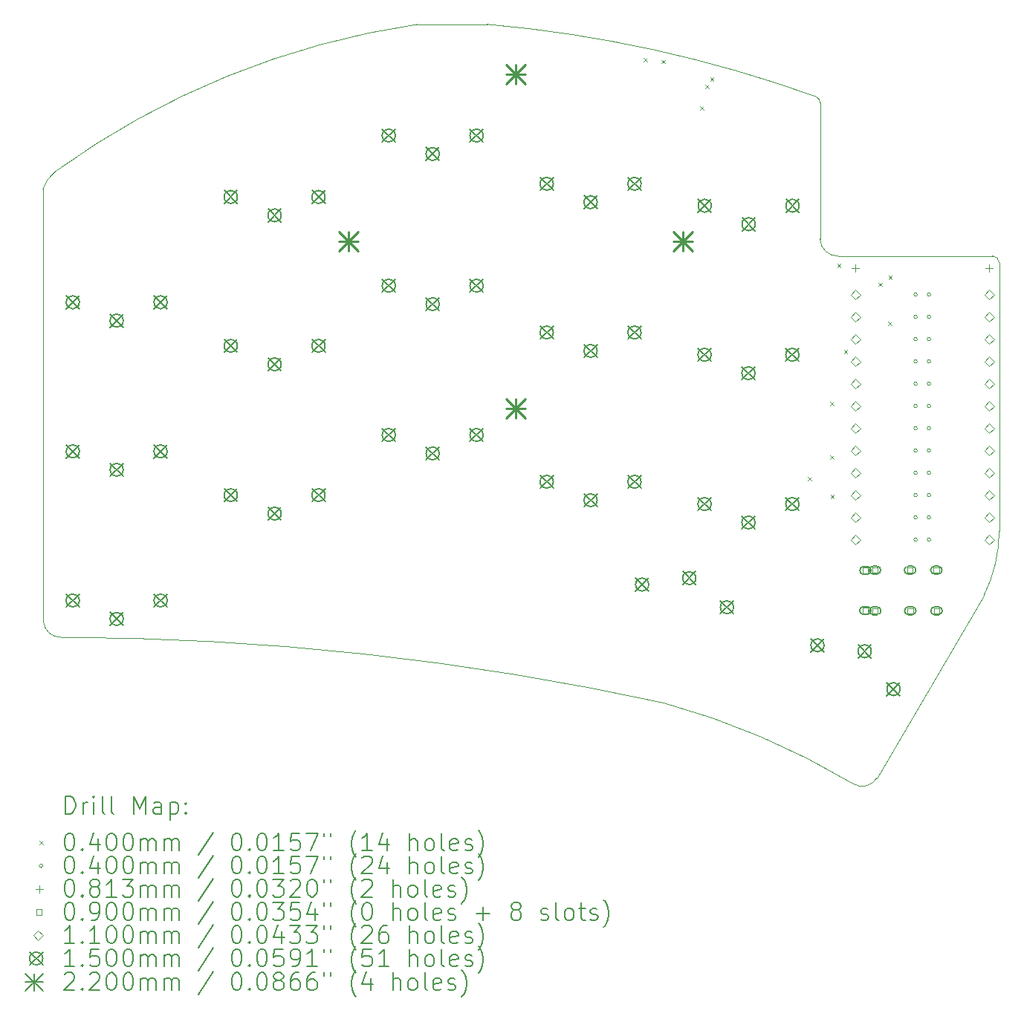
<source format=gbr>
%TF.GenerationSoftware,KiCad,Pcbnew,(6.0.10-0)*%
%TF.CreationDate,2023-04-12T09:40:14-04:00*%
%TF.ProjectId,half-swept,68616c66-2d73-4776-9570-742e6b696361,rev?*%
%TF.SameCoordinates,Original*%
%TF.FileFunction,Drillmap*%
%TF.FilePolarity,Positive*%
%FSLAX45Y45*%
G04 Gerber Fmt 4.5, Leading zero omitted, Abs format (unit mm)*
G04 Created by KiCad (PCBNEW (6.0.10-0)) date 2023-04-12 09:40:14*
%MOMM*%
%LPD*%
G01*
G04 APERTURE LIST*
%ADD10C,0.050000*%
%ADD11C,0.200000*%
%ADD12C,0.040000*%
%ADD13C,0.081280*%
%ADD14C,0.090000*%
%ADD15C,0.110000*%
%ADD16C,0.150000*%
%ADD17C,0.220000*%
G04 APERTURE END LIST*
D10*
X12763500Y-4536200D02*
G75*
G03*
X12688500Y-4461200I-75000J0D01*
G01*
X1869005Y-3697670D02*
X1873025Y-8624502D01*
X10722200Y-2713742D02*
G75*
G03*
X10678729Y-2645689I-75000J2D01*
G01*
X11093800Y-10474800D02*
G75*
G03*
X8940913Y-9556195I-4431600J-7404000D01*
G01*
X2011700Y-3496300D02*
G75*
G03*
X1869005Y-3697670I244500J-324500D01*
G01*
X10722200Y-4268400D02*
G75*
G03*
X10925700Y-4461492I200000J7000D01*
G01*
X10678729Y-2645689D02*
G75*
G03*
X6929178Y-1820068I-5040949J-13966341D01*
G01*
X11093800Y-10474800D02*
G75*
G03*
X11367000Y-10414927I107000J165000D01*
G01*
X8940913Y-9556195D02*
G75*
G03*
X2076800Y-8808112I-6921916J-31647541D01*
G01*
X1873025Y-8624502D02*
G75*
G03*
X2076800Y-8808112I197800J14641D01*
G01*
X12763500Y-4536200D02*
X12763500Y-6248400D01*
X10722200Y-4268400D02*
X10722205Y-2713742D01*
X10925700Y-4461492D02*
X12688500Y-4461200D01*
X6130043Y-1821289D02*
G75*
G03*
X2011700Y-3496300I1370658J-9270415D01*
G01*
X12588830Y-8331200D02*
X11367000Y-10414927D01*
X12588831Y-8331200D02*
G75*
G03*
X12763500Y-7598785I-1502721J745410D01*
G01*
X6929178Y-1820068D02*
X6130000Y-1821000D01*
X12763500Y-6248400D02*
X12764700Y-6985000D01*
X12764700Y-6985000D02*
X12763500Y-7598785D01*
D11*
D12*
X8712520Y-2205040D02*
X8752520Y-2245040D01*
X8752520Y-2205040D02*
X8712520Y-2245040D01*
X8915720Y-2225360D02*
X8955720Y-2265360D01*
X8955720Y-2225360D02*
X8915720Y-2265360D01*
X9357680Y-2753680D02*
X9397680Y-2793680D01*
X9397680Y-2753680D02*
X9357680Y-2793680D01*
X9413560Y-2509840D02*
X9453560Y-2549840D01*
X9453560Y-2509840D02*
X9413560Y-2549840D01*
X9469440Y-2423480D02*
X9509440Y-2463480D01*
X9509440Y-2423480D02*
X9469440Y-2463480D01*
X10581960Y-6980240D02*
X10621960Y-7020240D01*
X10621960Y-6980240D02*
X10581960Y-7020240D01*
X10835960Y-6121720D02*
X10875960Y-6161720D01*
X10875960Y-6121720D02*
X10835960Y-6161720D01*
X10835960Y-6731320D02*
X10875960Y-6771320D01*
X10875960Y-6731320D02*
X10835960Y-6771320D01*
X10841040Y-7183440D02*
X10881040Y-7223440D01*
X10881040Y-7183440D02*
X10841040Y-7223440D01*
X10917240Y-4546920D02*
X10957240Y-4586920D01*
X10957240Y-4546920D02*
X10917240Y-4586920D01*
X10993440Y-5532440D02*
X11033440Y-5572440D01*
X11033440Y-5532440D02*
X10993440Y-5572440D01*
X11384600Y-4765360D02*
X11424600Y-4805360D01*
X11424600Y-4765360D02*
X11384600Y-4805360D01*
X11496360Y-5207320D02*
X11536360Y-5247320D01*
X11536360Y-5207320D02*
X11496360Y-5247320D01*
X11501440Y-4687242D02*
X11541440Y-4727242D01*
X11541440Y-4687242D02*
X11501440Y-4727242D01*
X11831000Y-4902200D02*
G75*
G03*
X11831000Y-4902200I-20000J0D01*
G01*
X11831000Y-5156200D02*
G75*
G03*
X11831000Y-5156200I-20000J0D01*
G01*
X11831000Y-5410200D02*
G75*
G03*
X11831000Y-5410200I-20000J0D01*
G01*
X11831000Y-5664200D02*
G75*
G03*
X11831000Y-5664200I-20000J0D01*
G01*
X11831000Y-5918200D02*
G75*
G03*
X11831000Y-5918200I-20000J0D01*
G01*
X11831000Y-6172200D02*
G75*
G03*
X11831000Y-6172200I-20000J0D01*
G01*
X11831000Y-6426200D02*
G75*
G03*
X11831000Y-6426200I-20000J0D01*
G01*
X11831000Y-6680200D02*
G75*
G03*
X11831000Y-6680200I-20000J0D01*
G01*
X11831000Y-6934200D02*
G75*
G03*
X11831000Y-6934200I-20000J0D01*
G01*
X11831000Y-7188200D02*
G75*
G03*
X11831000Y-7188200I-20000J0D01*
G01*
X11831000Y-7442200D02*
G75*
G03*
X11831000Y-7442200I-20000J0D01*
G01*
X11831000Y-7696200D02*
G75*
G03*
X11831000Y-7696200I-20000J0D01*
G01*
X11983400Y-4902200D02*
G75*
G03*
X11983400Y-4902200I-20000J0D01*
G01*
X11983400Y-5156200D02*
G75*
G03*
X11983400Y-5156200I-20000J0D01*
G01*
X11983400Y-5410200D02*
G75*
G03*
X11983400Y-5410200I-20000J0D01*
G01*
X11983400Y-5664200D02*
G75*
G03*
X11983400Y-5664200I-20000J0D01*
G01*
X11983400Y-5918200D02*
G75*
G03*
X11983400Y-5918200I-20000J0D01*
G01*
X11983400Y-6172200D02*
G75*
G03*
X11983400Y-6172200I-20000J0D01*
G01*
X11983400Y-6426200D02*
G75*
G03*
X11983400Y-6426200I-20000J0D01*
G01*
X11983400Y-6680200D02*
G75*
G03*
X11983400Y-6680200I-20000J0D01*
G01*
X11983400Y-6934200D02*
G75*
G03*
X11983400Y-6934200I-20000J0D01*
G01*
X11983400Y-7188200D02*
G75*
G03*
X11983400Y-7188200I-20000J0D01*
G01*
X11983400Y-7442200D02*
G75*
G03*
X11983400Y-7442200I-20000J0D01*
G01*
X11983400Y-7696200D02*
G75*
G03*
X11983400Y-7696200I-20000J0D01*
G01*
D13*
X11125200Y-4556760D02*
X11125200Y-4638040D01*
X11084560Y-4597400D02*
X11165840Y-4597400D01*
X12649200Y-4556760D02*
X12649200Y-4638040D01*
X12608560Y-4597400D02*
X12689840Y-4597400D01*
D14*
X11269620Y-8533820D02*
X11269620Y-8470180D01*
X11205980Y-8470180D01*
X11205980Y-8533820D01*
X11269620Y-8533820D01*
D11*
X11217800Y-8547000D02*
X11257800Y-8547000D01*
X11217800Y-8457000D02*
X11257800Y-8457000D01*
X11257800Y-8547000D02*
G75*
G03*
X11257800Y-8457000I0J45000D01*
G01*
X11217800Y-8457000D02*
G75*
G03*
X11217800Y-8547000I0J-45000D01*
G01*
D14*
X11271620Y-8076820D02*
X11271620Y-8013180D01*
X11207980Y-8013180D01*
X11207980Y-8076820D01*
X11271620Y-8076820D01*
D11*
X11259800Y-8000000D02*
X11219800Y-8000000D01*
X11259800Y-8090000D02*
X11219800Y-8090000D01*
X11219800Y-8000000D02*
G75*
G03*
X11219800Y-8090000I0J-45000D01*
G01*
X11259800Y-8090000D02*
G75*
G03*
X11259800Y-8000000I0J45000D01*
G01*
D14*
X11379620Y-8073820D02*
X11379620Y-8010180D01*
X11315980Y-8010180D01*
X11315980Y-8073820D01*
X11379620Y-8073820D01*
D11*
X11327800Y-8087000D02*
X11367800Y-8087000D01*
X11327800Y-7997000D02*
X11367800Y-7997000D01*
X11367800Y-8087000D02*
G75*
G03*
X11367800Y-7997000I0J45000D01*
G01*
X11327800Y-7997000D02*
G75*
G03*
X11327800Y-8087000I0J-45000D01*
G01*
D14*
X11381620Y-8536820D02*
X11381620Y-8473180D01*
X11317980Y-8473180D01*
X11317980Y-8536820D01*
X11381620Y-8536820D01*
D11*
X11369800Y-8460000D02*
X11329800Y-8460000D01*
X11369800Y-8550000D02*
X11329800Y-8550000D01*
X11329800Y-8460000D02*
G75*
G03*
X11329800Y-8550000I0J-45000D01*
G01*
X11369800Y-8550000D02*
G75*
G03*
X11369800Y-8460000I0J45000D01*
G01*
D14*
X11779620Y-8073820D02*
X11779620Y-8010180D01*
X11715980Y-8010180D01*
X11715980Y-8073820D01*
X11779620Y-8073820D01*
D11*
X11727800Y-8087000D02*
X11767800Y-8087000D01*
X11727800Y-7997000D02*
X11767800Y-7997000D01*
X11767800Y-8087000D02*
G75*
G03*
X11767800Y-7997000I0J45000D01*
G01*
X11727800Y-7997000D02*
G75*
G03*
X11727800Y-8087000I0J-45000D01*
G01*
D14*
X11781620Y-8536820D02*
X11781620Y-8473180D01*
X11717980Y-8473180D01*
X11717980Y-8536820D01*
X11781620Y-8536820D01*
D11*
X11769800Y-8460000D02*
X11729800Y-8460000D01*
X11769800Y-8550000D02*
X11729800Y-8550000D01*
X11729800Y-8460000D02*
G75*
G03*
X11729800Y-8550000I0J-45000D01*
G01*
X11769800Y-8550000D02*
G75*
G03*
X11769800Y-8460000I0J45000D01*
G01*
D14*
X12079620Y-8073820D02*
X12079620Y-8010180D01*
X12015980Y-8010180D01*
X12015980Y-8073820D01*
X12079620Y-8073820D01*
D11*
X12027800Y-8087000D02*
X12067800Y-8087000D01*
X12027800Y-7997000D02*
X12067800Y-7997000D01*
X12067800Y-8087000D02*
G75*
G03*
X12067800Y-7997000I0J45000D01*
G01*
X12027800Y-7997000D02*
G75*
G03*
X12027800Y-8087000I0J-45000D01*
G01*
D14*
X12081620Y-8536820D02*
X12081620Y-8473180D01*
X12017980Y-8473180D01*
X12017980Y-8536820D01*
X12081620Y-8536820D01*
D11*
X12069800Y-8460000D02*
X12029800Y-8460000D01*
X12069800Y-8550000D02*
X12029800Y-8550000D01*
X12029800Y-8460000D02*
G75*
G03*
X12029800Y-8550000I0J-45000D01*
G01*
X12069800Y-8550000D02*
G75*
G03*
X12069800Y-8460000I0J45000D01*
G01*
D15*
X11125200Y-4957200D02*
X11180200Y-4902200D01*
X11125200Y-4847200D01*
X11070200Y-4902200D01*
X11125200Y-4957200D01*
X11125200Y-4957200D02*
X11180200Y-4902200D01*
X11125200Y-4847200D01*
X11070200Y-4902200D01*
X11125200Y-4957200D01*
X11125200Y-5211200D02*
X11180200Y-5156200D01*
X11125200Y-5101200D01*
X11070200Y-5156200D01*
X11125200Y-5211200D01*
X11125200Y-5465200D02*
X11180200Y-5410200D01*
X11125200Y-5355200D01*
X11070200Y-5410200D01*
X11125200Y-5465200D01*
X11125200Y-5719200D02*
X11180200Y-5664200D01*
X11125200Y-5609200D01*
X11070200Y-5664200D01*
X11125200Y-5719200D01*
X11125200Y-5973200D02*
X11180200Y-5918200D01*
X11125200Y-5863200D01*
X11070200Y-5918200D01*
X11125200Y-5973200D01*
X11125200Y-6227200D02*
X11180200Y-6172200D01*
X11125200Y-6117200D01*
X11070200Y-6172200D01*
X11125200Y-6227200D01*
X11125200Y-6481200D02*
X11180200Y-6426200D01*
X11125200Y-6371200D01*
X11070200Y-6426200D01*
X11125200Y-6481200D01*
X11125200Y-6735200D02*
X11180200Y-6680200D01*
X11125200Y-6625200D01*
X11070200Y-6680200D01*
X11125200Y-6735200D01*
X11125200Y-6989200D02*
X11180200Y-6934200D01*
X11125200Y-6879200D01*
X11070200Y-6934200D01*
X11125200Y-6989200D01*
X11125200Y-7243200D02*
X11180200Y-7188200D01*
X11125200Y-7133200D01*
X11070200Y-7188200D01*
X11125200Y-7243200D01*
X11125200Y-7497200D02*
X11180200Y-7442200D01*
X11125200Y-7387200D01*
X11070200Y-7442200D01*
X11125200Y-7497200D01*
X11125200Y-7751200D02*
X11180200Y-7696200D01*
X11125200Y-7641200D01*
X11070200Y-7696200D01*
X11125200Y-7751200D01*
X12649200Y-4957200D02*
X12704200Y-4902200D01*
X12649200Y-4847200D01*
X12594200Y-4902200D01*
X12649200Y-4957200D01*
X12649200Y-4957200D02*
X12704200Y-4902200D01*
X12649200Y-4847200D01*
X12594200Y-4902200D01*
X12649200Y-4957200D01*
X12649200Y-5211200D02*
X12704200Y-5156200D01*
X12649200Y-5101200D01*
X12594200Y-5156200D01*
X12649200Y-5211200D01*
X12649200Y-5465200D02*
X12704200Y-5410200D01*
X12649200Y-5355200D01*
X12594200Y-5410200D01*
X12649200Y-5465200D01*
X12649200Y-5719200D02*
X12704200Y-5664200D01*
X12649200Y-5609200D01*
X12594200Y-5664200D01*
X12649200Y-5719200D01*
X12649200Y-5973200D02*
X12704200Y-5918200D01*
X12649200Y-5863200D01*
X12594200Y-5918200D01*
X12649200Y-5973200D01*
X12649200Y-6227200D02*
X12704200Y-6172200D01*
X12649200Y-6117200D01*
X12594200Y-6172200D01*
X12649200Y-6227200D01*
X12649200Y-6481200D02*
X12704200Y-6426200D01*
X12649200Y-6371200D01*
X12594200Y-6426200D01*
X12649200Y-6481200D01*
X12649200Y-6735200D02*
X12704200Y-6680200D01*
X12649200Y-6625200D01*
X12594200Y-6680200D01*
X12649200Y-6735200D01*
X12649200Y-6989200D02*
X12704200Y-6934200D01*
X12649200Y-6879200D01*
X12594200Y-6934200D01*
X12649200Y-6989200D01*
X12649200Y-7243200D02*
X12704200Y-7188200D01*
X12649200Y-7133200D01*
X12594200Y-7188200D01*
X12649200Y-7243200D01*
X12649200Y-7497200D02*
X12704200Y-7442200D01*
X12649200Y-7387200D01*
X12594200Y-7442200D01*
X12649200Y-7497200D01*
X12649200Y-7751200D02*
X12704200Y-7696200D01*
X12649200Y-7641200D01*
X12594200Y-7696200D01*
X12649200Y-7751200D01*
D16*
X2133000Y-4913000D02*
X2283000Y-5063000D01*
X2283000Y-4913000D02*
X2133000Y-5063000D01*
X2283000Y-4988000D02*
G75*
G03*
X2283000Y-4988000I-75000J0D01*
G01*
X2133000Y-6613000D02*
X2283000Y-6763000D01*
X2283000Y-6613000D02*
X2133000Y-6763000D01*
X2283000Y-6688000D02*
G75*
G03*
X2283000Y-6688000I-75000J0D01*
G01*
X2133000Y-8313000D02*
X2283000Y-8463000D01*
X2283000Y-8313000D02*
X2133000Y-8463000D01*
X2283000Y-8388000D02*
G75*
G03*
X2283000Y-8388000I-75000J0D01*
G01*
X2633000Y-5123000D02*
X2783000Y-5273000D01*
X2783000Y-5123000D02*
X2633000Y-5273000D01*
X2783000Y-5198000D02*
G75*
G03*
X2783000Y-5198000I-75000J0D01*
G01*
X2633000Y-6823000D02*
X2783000Y-6973000D01*
X2783000Y-6823000D02*
X2633000Y-6973000D01*
X2783000Y-6898000D02*
G75*
G03*
X2783000Y-6898000I-75000J0D01*
G01*
X2633000Y-8523000D02*
X2783000Y-8673000D01*
X2783000Y-8523000D02*
X2633000Y-8673000D01*
X2783000Y-8598000D02*
G75*
G03*
X2783000Y-8598000I-75000J0D01*
G01*
X3133000Y-4913000D02*
X3283000Y-5063000D01*
X3283000Y-4913000D02*
X3133000Y-5063000D01*
X3283000Y-4988000D02*
G75*
G03*
X3283000Y-4988000I-75000J0D01*
G01*
X3133000Y-6613000D02*
X3283000Y-6763000D01*
X3283000Y-6613000D02*
X3133000Y-6763000D01*
X3283000Y-6688000D02*
G75*
G03*
X3283000Y-6688000I-75000J0D01*
G01*
X3133000Y-8313000D02*
X3283000Y-8463000D01*
X3283000Y-8313000D02*
X3133000Y-8463000D01*
X3283000Y-8388000D02*
G75*
G03*
X3283000Y-8388000I-75000J0D01*
G01*
X3933000Y-3713000D02*
X4083000Y-3863000D01*
X4083000Y-3713000D02*
X3933000Y-3863000D01*
X4083000Y-3788000D02*
G75*
G03*
X4083000Y-3788000I-75000J0D01*
G01*
X3933000Y-5410400D02*
X4083000Y-5560400D01*
X4083000Y-5410400D02*
X3933000Y-5560400D01*
X4083000Y-5485400D02*
G75*
G03*
X4083000Y-5485400I-75000J0D01*
G01*
X3933000Y-7112200D02*
X4083000Y-7262200D01*
X4083000Y-7112200D02*
X3933000Y-7262200D01*
X4083000Y-7187200D02*
G75*
G03*
X4083000Y-7187200I-75000J0D01*
G01*
X4433000Y-3923000D02*
X4583000Y-4073000D01*
X4583000Y-3923000D02*
X4433000Y-4073000D01*
X4583000Y-3998000D02*
G75*
G03*
X4583000Y-3998000I-75000J0D01*
G01*
X4433000Y-5620400D02*
X4583000Y-5770400D01*
X4583000Y-5620400D02*
X4433000Y-5770400D01*
X4583000Y-5695400D02*
G75*
G03*
X4583000Y-5695400I-75000J0D01*
G01*
X4433000Y-7322200D02*
X4583000Y-7472200D01*
X4583000Y-7322200D02*
X4433000Y-7472200D01*
X4583000Y-7397200D02*
G75*
G03*
X4583000Y-7397200I-75000J0D01*
G01*
X4933000Y-3713000D02*
X5083000Y-3863000D01*
X5083000Y-3713000D02*
X4933000Y-3863000D01*
X5083000Y-3788000D02*
G75*
G03*
X5083000Y-3788000I-75000J0D01*
G01*
X4933000Y-5410400D02*
X5083000Y-5560400D01*
X5083000Y-5410400D02*
X4933000Y-5560400D01*
X5083000Y-5485400D02*
G75*
G03*
X5083000Y-5485400I-75000J0D01*
G01*
X4933000Y-7112200D02*
X5083000Y-7262200D01*
X5083000Y-7112200D02*
X4933000Y-7262200D01*
X5083000Y-7187200D02*
G75*
G03*
X5083000Y-7187200I-75000J0D01*
G01*
X5733000Y-3013000D02*
X5883000Y-3163000D01*
X5883000Y-3013000D02*
X5733000Y-3163000D01*
X5883000Y-3088000D02*
G75*
G03*
X5883000Y-3088000I-75000J0D01*
G01*
X5733000Y-4724600D02*
X5883000Y-4874600D01*
X5883000Y-4724600D02*
X5733000Y-4874600D01*
X5883000Y-4799600D02*
G75*
G03*
X5883000Y-4799600I-75000J0D01*
G01*
X5733000Y-6426400D02*
X5883000Y-6576400D01*
X5883000Y-6426400D02*
X5733000Y-6576400D01*
X5883000Y-6501400D02*
G75*
G03*
X5883000Y-6501400I-75000J0D01*
G01*
X6233000Y-3223000D02*
X6383000Y-3373000D01*
X6383000Y-3223000D02*
X6233000Y-3373000D01*
X6383000Y-3298000D02*
G75*
G03*
X6383000Y-3298000I-75000J0D01*
G01*
X6233000Y-4934600D02*
X6383000Y-5084600D01*
X6383000Y-4934600D02*
X6233000Y-5084600D01*
X6383000Y-5009600D02*
G75*
G03*
X6383000Y-5009600I-75000J0D01*
G01*
X6233000Y-6636400D02*
X6383000Y-6786400D01*
X6383000Y-6636400D02*
X6233000Y-6786400D01*
X6383000Y-6711400D02*
G75*
G03*
X6383000Y-6711400I-75000J0D01*
G01*
X6733000Y-3013000D02*
X6883000Y-3163000D01*
X6883000Y-3013000D02*
X6733000Y-3163000D01*
X6883000Y-3088000D02*
G75*
G03*
X6883000Y-3088000I-75000J0D01*
G01*
X6733000Y-4724600D02*
X6883000Y-4874600D01*
X6883000Y-4724600D02*
X6733000Y-4874600D01*
X6883000Y-4799600D02*
G75*
G03*
X6883000Y-4799600I-75000J0D01*
G01*
X6733000Y-6426400D02*
X6883000Y-6576400D01*
X6883000Y-6426400D02*
X6733000Y-6576400D01*
X6883000Y-6501400D02*
G75*
G03*
X6883000Y-6501400I-75000J0D01*
G01*
X7533000Y-3563000D02*
X7683000Y-3713000D01*
X7683000Y-3563000D02*
X7533000Y-3713000D01*
X7683000Y-3638000D02*
G75*
G03*
X7683000Y-3638000I-75000J0D01*
G01*
X7533000Y-5258000D02*
X7683000Y-5408000D01*
X7683000Y-5258000D02*
X7533000Y-5408000D01*
X7683000Y-5333000D02*
G75*
G03*
X7683000Y-5333000I-75000J0D01*
G01*
X7533000Y-6959800D02*
X7683000Y-7109800D01*
X7683000Y-6959800D02*
X7533000Y-7109800D01*
X7683000Y-7034800D02*
G75*
G03*
X7683000Y-7034800I-75000J0D01*
G01*
X8033000Y-3773000D02*
X8183000Y-3923000D01*
X8183000Y-3773000D02*
X8033000Y-3923000D01*
X8183000Y-3848000D02*
G75*
G03*
X8183000Y-3848000I-75000J0D01*
G01*
X8033000Y-5468000D02*
X8183000Y-5618000D01*
X8183000Y-5468000D02*
X8033000Y-5618000D01*
X8183000Y-5543000D02*
G75*
G03*
X8183000Y-5543000I-75000J0D01*
G01*
X8033000Y-7169800D02*
X8183000Y-7319800D01*
X8183000Y-7169800D02*
X8033000Y-7319800D01*
X8183000Y-7244800D02*
G75*
G03*
X8183000Y-7244800I-75000J0D01*
G01*
X8533000Y-3563000D02*
X8683000Y-3713000D01*
X8683000Y-3563000D02*
X8533000Y-3713000D01*
X8683000Y-3638000D02*
G75*
G03*
X8683000Y-3638000I-75000J0D01*
G01*
X8533000Y-5258000D02*
X8683000Y-5408000D01*
X8683000Y-5258000D02*
X8533000Y-5408000D01*
X8683000Y-5333000D02*
G75*
G03*
X8683000Y-5333000I-75000J0D01*
G01*
X8533000Y-6959800D02*
X8683000Y-7109800D01*
X8683000Y-6959800D02*
X8533000Y-7109800D01*
X8683000Y-7034800D02*
G75*
G03*
X8683000Y-7034800I-75000J0D01*
G01*
X8619988Y-8131539D02*
X8769988Y-8281539D01*
X8769988Y-8131539D02*
X8619988Y-8281539D01*
X8769988Y-8206539D02*
G75*
G03*
X8769988Y-8206539I-75000J0D01*
G01*
X9157303Y-8058104D02*
X9307303Y-8208104D01*
X9307303Y-8058104D02*
X9157303Y-8208104D01*
X9307303Y-8133104D02*
G75*
G03*
X9307303Y-8133104I-75000J0D01*
G01*
X9331000Y-5512000D02*
X9481000Y-5662000D01*
X9481000Y-5512000D02*
X9331000Y-5662000D01*
X9481000Y-5587000D02*
G75*
G03*
X9481000Y-5587000I-75000J0D01*
G01*
X9331000Y-7213800D02*
X9481000Y-7363800D01*
X9481000Y-7213800D02*
X9331000Y-7363800D01*
X9481000Y-7288800D02*
G75*
G03*
X9481000Y-7288800I-75000J0D01*
G01*
X9333000Y-3813000D02*
X9483000Y-3963000D01*
X9483000Y-3813000D02*
X9333000Y-3963000D01*
X9483000Y-3888000D02*
G75*
G03*
X9483000Y-3888000I-75000J0D01*
G01*
X9585914Y-8390358D02*
X9735914Y-8540358D01*
X9735914Y-8390358D02*
X9585914Y-8540358D01*
X9735914Y-8465358D02*
G75*
G03*
X9735914Y-8465358I-75000J0D01*
G01*
X9831000Y-5722000D02*
X9981000Y-5872000D01*
X9981000Y-5722000D02*
X9831000Y-5872000D01*
X9981000Y-5797000D02*
G75*
G03*
X9981000Y-5797000I-75000J0D01*
G01*
X9831000Y-7423800D02*
X9981000Y-7573800D01*
X9981000Y-7423800D02*
X9831000Y-7573800D01*
X9981000Y-7498800D02*
G75*
G03*
X9981000Y-7498800I-75000J0D01*
G01*
X9833000Y-4023000D02*
X9983000Y-4173000D01*
X9983000Y-4023000D02*
X9833000Y-4173000D01*
X9983000Y-4098000D02*
G75*
G03*
X9983000Y-4098000I-75000J0D01*
G01*
X10331000Y-5512000D02*
X10481000Y-5662000D01*
X10481000Y-5512000D02*
X10331000Y-5662000D01*
X10481000Y-5587000D02*
G75*
G03*
X10481000Y-5587000I-75000J0D01*
G01*
X10331000Y-7213800D02*
X10481000Y-7363800D01*
X10481000Y-7213800D02*
X10331000Y-7363800D01*
X10481000Y-7288800D02*
G75*
G03*
X10481000Y-7288800I-75000J0D01*
G01*
X10333000Y-3813000D02*
X10483000Y-3963000D01*
X10483000Y-3813000D02*
X10333000Y-3963000D01*
X10483000Y-3888000D02*
G75*
G03*
X10483000Y-3888000I-75000J0D01*
G01*
X10617587Y-8823910D02*
X10767587Y-8973910D01*
X10767587Y-8823910D02*
X10617587Y-8973910D01*
X10767587Y-8898910D02*
G75*
G03*
X10767587Y-8898910I-75000J0D01*
G01*
X11155600Y-8892045D02*
X11305600Y-9042045D01*
X11305600Y-8892045D02*
X11155600Y-9042045D01*
X11305600Y-8967045D02*
G75*
G03*
X11305600Y-8967045I-75000J0D01*
G01*
X11483613Y-9323910D02*
X11633613Y-9473910D01*
X11633613Y-9323910D02*
X11483613Y-9473910D01*
X11633613Y-9398910D02*
G75*
G03*
X11633613Y-9398910I-75000J0D01*
G01*
D17*
X5243000Y-4188000D02*
X5463000Y-4408000D01*
X5463000Y-4188000D02*
X5243000Y-4408000D01*
X5353000Y-4188000D02*
X5353000Y-4408000D01*
X5243000Y-4298000D02*
X5463000Y-4298000D01*
X7148000Y-2283000D02*
X7368000Y-2503000D01*
X7368000Y-2283000D02*
X7148000Y-2503000D01*
X7258000Y-2283000D02*
X7258000Y-2503000D01*
X7148000Y-2393000D02*
X7368000Y-2393000D01*
X7148000Y-6093000D02*
X7368000Y-6313000D01*
X7368000Y-6093000D02*
X7148000Y-6313000D01*
X7258000Y-6093000D02*
X7258000Y-6313000D01*
X7148000Y-6203000D02*
X7368000Y-6203000D01*
X9053000Y-4188000D02*
X9273000Y-4408000D01*
X9273000Y-4188000D02*
X9053000Y-4408000D01*
X9163000Y-4188000D02*
X9163000Y-4408000D01*
X9053000Y-4298000D02*
X9273000Y-4298000D01*
D11*
X2124125Y-10819433D02*
X2124125Y-10619433D01*
X2171744Y-10619433D01*
X2200315Y-10628957D01*
X2219363Y-10648005D01*
X2228886Y-10667052D01*
X2238410Y-10705148D01*
X2238410Y-10733719D01*
X2228886Y-10771814D01*
X2219363Y-10790862D01*
X2200315Y-10809909D01*
X2171744Y-10819433D01*
X2124125Y-10819433D01*
X2324125Y-10819433D02*
X2324125Y-10686100D01*
X2324125Y-10724195D02*
X2333648Y-10705148D01*
X2343172Y-10695624D01*
X2362220Y-10686100D01*
X2381267Y-10686100D01*
X2447934Y-10819433D02*
X2447934Y-10686100D01*
X2447934Y-10619433D02*
X2438410Y-10628957D01*
X2447934Y-10638481D01*
X2457458Y-10628957D01*
X2447934Y-10619433D01*
X2447934Y-10638481D01*
X2571744Y-10819433D02*
X2552696Y-10809909D01*
X2543172Y-10790862D01*
X2543172Y-10619433D01*
X2676506Y-10819433D02*
X2657458Y-10809909D01*
X2647934Y-10790862D01*
X2647934Y-10619433D01*
X2905077Y-10819433D02*
X2905077Y-10619433D01*
X2971743Y-10762290D01*
X3038410Y-10619433D01*
X3038410Y-10819433D01*
X3219363Y-10819433D02*
X3219363Y-10714671D01*
X3209839Y-10695624D01*
X3190791Y-10686100D01*
X3152696Y-10686100D01*
X3133648Y-10695624D01*
X3219363Y-10809909D02*
X3200315Y-10819433D01*
X3152696Y-10819433D01*
X3133648Y-10809909D01*
X3124124Y-10790862D01*
X3124124Y-10771814D01*
X3133648Y-10752767D01*
X3152696Y-10743243D01*
X3200315Y-10743243D01*
X3219363Y-10733719D01*
X3314601Y-10686100D02*
X3314601Y-10886100D01*
X3314601Y-10695624D02*
X3333648Y-10686100D01*
X3371743Y-10686100D01*
X3390791Y-10695624D01*
X3400315Y-10705148D01*
X3409839Y-10724195D01*
X3409839Y-10781338D01*
X3400315Y-10800386D01*
X3390791Y-10809909D01*
X3371743Y-10819433D01*
X3333648Y-10819433D01*
X3314601Y-10809909D01*
X3495553Y-10800386D02*
X3505077Y-10809909D01*
X3495553Y-10819433D01*
X3486029Y-10809909D01*
X3495553Y-10800386D01*
X3495553Y-10819433D01*
X3495553Y-10695624D02*
X3505077Y-10705148D01*
X3495553Y-10714671D01*
X3486029Y-10705148D01*
X3495553Y-10695624D01*
X3495553Y-10714671D01*
D12*
X1826505Y-11128957D02*
X1866505Y-11168957D01*
X1866505Y-11128957D02*
X1826505Y-11168957D01*
D11*
X2162220Y-11039433D02*
X2181267Y-11039433D01*
X2200315Y-11048957D01*
X2209839Y-11058481D01*
X2219363Y-11077529D01*
X2228886Y-11115624D01*
X2228886Y-11163243D01*
X2219363Y-11201338D01*
X2209839Y-11220386D01*
X2200315Y-11229909D01*
X2181267Y-11239433D01*
X2162220Y-11239433D01*
X2143172Y-11229909D01*
X2133648Y-11220386D01*
X2124125Y-11201338D01*
X2114601Y-11163243D01*
X2114601Y-11115624D01*
X2124125Y-11077529D01*
X2133648Y-11058481D01*
X2143172Y-11048957D01*
X2162220Y-11039433D01*
X2314601Y-11220386D02*
X2324125Y-11229909D01*
X2314601Y-11239433D01*
X2305077Y-11229909D01*
X2314601Y-11220386D01*
X2314601Y-11239433D01*
X2495553Y-11106100D02*
X2495553Y-11239433D01*
X2447934Y-11029909D02*
X2400315Y-11172767D01*
X2524125Y-11172767D01*
X2638410Y-11039433D02*
X2657458Y-11039433D01*
X2676506Y-11048957D01*
X2686029Y-11058481D01*
X2695553Y-11077529D01*
X2705077Y-11115624D01*
X2705077Y-11163243D01*
X2695553Y-11201338D01*
X2686029Y-11220386D01*
X2676506Y-11229909D01*
X2657458Y-11239433D01*
X2638410Y-11239433D01*
X2619363Y-11229909D01*
X2609839Y-11220386D01*
X2600315Y-11201338D01*
X2590791Y-11163243D01*
X2590791Y-11115624D01*
X2600315Y-11077529D01*
X2609839Y-11058481D01*
X2619363Y-11048957D01*
X2638410Y-11039433D01*
X2828886Y-11039433D02*
X2847934Y-11039433D01*
X2866982Y-11048957D01*
X2876505Y-11058481D01*
X2886029Y-11077529D01*
X2895553Y-11115624D01*
X2895553Y-11163243D01*
X2886029Y-11201338D01*
X2876505Y-11220386D01*
X2866982Y-11229909D01*
X2847934Y-11239433D01*
X2828886Y-11239433D01*
X2809839Y-11229909D01*
X2800315Y-11220386D01*
X2790791Y-11201338D01*
X2781267Y-11163243D01*
X2781267Y-11115624D01*
X2790791Y-11077529D01*
X2800315Y-11058481D01*
X2809839Y-11048957D01*
X2828886Y-11039433D01*
X2981267Y-11239433D02*
X2981267Y-11106100D01*
X2981267Y-11125148D02*
X2990791Y-11115624D01*
X3009839Y-11106100D01*
X3038410Y-11106100D01*
X3057458Y-11115624D01*
X3066982Y-11134671D01*
X3066982Y-11239433D01*
X3066982Y-11134671D02*
X3076505Y-11115624D01*
X3095553Y-11106100D01*
X3124124Y-11106100D01*
X3143172Y-11115624D01*
X3152696Y-11134671D01*
X3152696Y-11239433D01*
X3247934Y-11239433D02*
X3247934Y-11106100D01*
X3247934Y-11125148D02*
X3257458Y-11115624D01*
X3276505Y-11106100D01*
X3305077Y-11106100D01*
X3324124Y-11115624D01*
X3333648Y-11134671D01*
X3333648Y-11239433D01*
X3333648Y-11134671D02*
X3343172Y-11115624D01*
X3362220Y-11106100D01*
X3390791Y-11106100D01*
X3409839Y-11115624D01*
X3419363Y-11134671D01*
X3419363Y-11239433D01*
X3809839Y-11029909D02*
X3638410Y-11287052D01*
X4066982Y-11039433D02*
X4086029Y-11039433D01*
X4105077Y-11048957D01*
X4114601Y-11058481D01*
X4124124Y-11077529D01*
X4133648Y-11115624D01*
X4133648Y-11163243D01*
X4124124Y-11201338D01*
X4114601Y-11220386D01*
X4105077Y-11229909D01*
X4086029Y-11239433D01*
X4066982Y-11239433D01*
X4047934Y-11229909D01*
X4038410Y-11220386D01*
X4028886Y-11201338D01*
X4019363Y-11163243D01*
X4019363Y-11115624D01*
X4028886Y-11077529D01*
X4038410Y-11058481D01*
X4047934Y-11048957D01*
X4066982Y-11039433D01*
X4219363Y-11220386D02*
X4228886Y-11229909D01*
X4219363Y-11239433D01*
X4209839Y-11229909D01*
X4219363Y-11220386D01*
X4219363Y-11239433D01*
X4352696Y-11039433D02*
X4371744Y-11039433D01*
X4390791Y-11048957D01*
X4400315Y-11058481D01*
X4409839Y-11077529D01*
X4419363Y-11115624D01*
X4419363Y-11163243D01*
X4409839Y-11201338D01*
X4400315Y-11220386D01*
X4390791Y-11229909D01*
X4371744Y-11239433D01*
X4352696Y-11239433D01*
X4333648Y-11229909D01*
X4324125Y-11220386D01*
X4314601Y-11201338D01*
X4305077Y-11163243D01*
X4305077Y-11115624D01*
X4314601Y-11077529D01*
X4324125Y-11058481D01*
X4333648Y-11048957D01*
X4352696Y-11039433D01*
X4609839Y-11239433D02*
X4495553Y-11239433D01*
X4552696Y-11239433D02*
X4552696Y-11039433D01*
X4533648Y-11068005D01*
X4514601Y-11087052D01*
X4495553Y-11096576D01*
X4790791Y-11039433D02*
X4695553Y-11039433D01*
X4686029Y-11134671D01*
X4695553Y-11125148D01*
X4714601Y-11115624D01*
X4762220Y-11115624D01*
X4781267Y-11125148D01*
X4790791Y-11134671D01*
X4800315Y-11153719D01*
X4800315Y-11201338D01*
X4790791Y-11220386D01*
X4781267Y-11229909D01*
X4762220Y-11239433D01*
X4714601Y-11239433D01*
X4695553Y-11229909D01*
X4686029Y-11220386D01*
X4866982Y-11039433D02*
X5000315Y-11039433D01*
X4914601Y-11239433D01*
X5066982Y-11039433D02*
X5066982Y-11077529D01*
X5143172Y-11039433D02*
X5143172Y-11077529D01*
X5438410Y-11315624D02*
X5428886Y-11306100D01*
X5409839Y-11277528D01*
X5400315Y-11258481D01*
X5390791Y-11229909D01*
X5381267Y-11182290D01*
X5381267Y-11144195D01*
X5390791Y-11096576D01*
X5400315Y-11068005D01*
X5409839Y-11048957D01*
X5428886Y-11020386D01*
X5438410Y-11010862D01*
X5619363Y-11239433D02*
X5505077Y-11239433D01*
X5562220Y-11239433D02*
X5562220Y-11039433D01*
X5543172Y-11068005D01*
X5524125Y-11087052D01*
X5505077Y-11096576D01*
X5790791Y-11106100D02*
X5790791Y-11239433D01*
X5743172Y-11029909D02*
X5695553Y-11172767D01*
X5819363Y-11172767D01*
X6047934Y-11239433D02*
X6047934Y-11039433D01*
X6133648Y-11239433D02*
X6133648Y-11134671D01*
X6124124Y-11115624D01*
X6105077Y-11106100D01*
X6076505Y-11106100D01*
X6057458Y-11115624D01*
X6047934Y-11125148D01*
X6257458Y-11239433D02*
X6238410Y-11229909D01*
X6228886Y-11220386D01*
X6219363Y-11201338D01*
X6219363Y-11144195D01*
X6228886Y-11125148D01*
X6238410Y-11115624D01*
X6257458Y-11106100D01*
X6286029Y-11106100D01*
X6305077Y-11115624D01*
X6314601Y-11125148D01*
X6324124Y-11144195D01*
X6324124Y-11201338D01*
X6314601Y-11220386D01*
X6305077Y-11229909D01*
X6286029Y-11239433D01*
X6257458Y-11239433D01*
X6438410Y-11239433D02*
X6419363Y-11229909D01*
X6409839Y-11210862D01*
X6409839Y-11039433D01*
X6590791Y-11229909D02*
X6571743Y-11239433D01*
X6533648Y-11239433D01*
X6514601Y-11229909D01*
X6505077Y-11210862D01*
X6505077Y-11134671D01*
X6514601Y-11115624D01*
X6533648Y-11106100D01*
X6571743Y-11106100D01*
X6590791Y-11115624D01*
X6600315Y-11134671D01*
X6600315Y-11153719D01*
X6505077Y-11172767D01*
X6676505Y-11229909D02*
X6695553Y-11239433D01*
X6733648Y-11239433D01*
X6752696Y-11229909D01*
X6762220Y-11210862D01*
X6762220Y-11201338D01*
X6752696Y-11182290D01*
X6733648Y-11172767D01*
X6705077Y-11172767D01*
X6686029Y-11163243D01*
X6676505Y-11144195D01*
X6676505Y-11134671D01*
X6686029Y-11115624D01*
X6705077Y-11106100D01*
X6733648Y-11106100D01*
X6752696Y-11115624D01*
X6828886Y-11315624D02*
X6838410Y-11306100D01*
X6857458Y-11277528D01*
X6866982Y-11258481D01*
X6876505Y-11229909D01*
X6886029Y-11182290D01*
X6886029Y-11144195D01*
X6876505Y-11096576D01*
X6866982Y-11068005D01*
X6857458Y-11048957D01*
X6838410Y-11020386D01*
X6828886Y-11010862D01*
D12*
X1866505Y-11412957D02*
G75*
G03*
X1866505Y-11412957I-20000J0D01*
G01*
D11*
X2162220Y-11303433D02*
X2181267Y-11303433D01*
X2200315Y-11312957D01*
X2209839Y-11322481D01*
X2219363Y-11341528D01*
X2228886Y-11379624D01*
X2228886Y-11427243D01*
X2219363Y-11465338D01*
X2209839Y-11484386D01*
X2200315Y-11493909D01*
X2181267Y-11503433D01*
X2162220Y-11503433D01*
X2143172Y-11493909D01*
X2133648Y-11484386D01*
X2124125Y-11465338D01*
X2114601Y-11427243D01*
X2114601Y-11379624D01*
X2124125Y-11341528D01*
X2133648Y-11322481D01*
X2143172Y-11312957D01*
X2162220Y-11303433D01*
X2314601Y-11484386D02*
X2324125Y-11493909D01*
X2314601Y-11503433D01*
X2305077Y-11493909D01*
X2314601Y-11484386D01*
X2314601Y-11503433D01*
X2495553Y-11370100D02*
X2495553Y-11503433D01*
X2447934Y-11293909D02*
X2400315Y-11436767D01*
X2524125Y-11436767D01*
X2638410Y-11303433D02*
X2657458Y-11303433D01*
X2676506Y-11312957D01*
X2686029Y-11322481D01*
X2695553Y-11341528D01*
X2705077Y-11379624D01*
X2705077Y-11427243D01*
X2695553Y-11465338D01*
X2686029Y-11484386D01*
X2676506Y-11493909D01*
X2657458Y-11503433D01*
X2638410Y-11503433D01*
X2619363Y-11493909D01*
X2609839Y-11484386D01*
X2600315Y-11465338D01*
X2590791Y-11427243D01*
X2590791Y-11379624D01*
X2600315Y-11341528D01*
X2609839Y-11322481D01*
X2619363Y-11312957D01*
X2638410Y-11303433D01*
X2828886Y-11303433D02*
X2847934Y-11303433D01*
X2866982Y-11312957D01*
X2876505Y-11322481D01*
X2886029Y-11341528D01*
X2895553Y-11379624D01*
X2895553Y-11427243D01*
X2886029Y-11465338D01*
X2876505Y-11484386D01*
X2866982Y-11493909D01*
X2847934Y-11503433D01*
X2828886Y-11503433D01*
X2809839Y-11493909D01*
X2800315Y-11484386D01*
X2790791Y-11465338D01*
X2781267Y-11427243D01*
X2781267Y-11379624D01*
X2790791Y-11341528D01*
X2800315Y-11322481D01*
X2809839Y-11312957D01*
X2828886Y-11303433D01*
X2981267Y-11503433D02*
X2981267Y-11370100D01*
X2981267Y-11389147D02*
X2990791Y-11379624D01*
X3009839Y-11370100D01*
X3038410Y-11370100D01*
X3057458Y-11379624D01*
X3066982Y-11398671D01*
X3066982Y-11503433D01*
X3066982Y-11398671D02*
X3076505Y-11379624D01*
X3095553Y-11370100D01*
X3124124Y-11370100D01*
X3143172Y-11379624D01*
X3152696Y-11398671D01*
X3152696Y-11503433D01*
X3247934Y-11503433D02*
X3247934Y-11370100D01*
X3247934Y-11389147D02*
X3257458Y-11379624D01*
X3276505Y-11370100D01*
X3305077Y-11370100D01*
X3324124Y-11379624D01*
X3333648Y-11398671D01*
X3333648Y-11503433D01*
X3333648Y-11398671D02*
X3343172Y-11379624D01*
X3362220Y-11370100D01*
X3390791Y-11370100D01*
X3409839Y-11379624D01*
X3419363Y-11398671D01*
X3419363Y-11503433D01*
X3809839Y-11293909D02*
X3638410Y-11551052D01*
X4066982Y-11303433D02*
X4086029Y-11303433D01*
X4105077Y-11312957D01*
X4114601Y-11322481D01*
X4124124Y-11341528D01*
X4133648Y-11379624D01*
X4133648Y-11427243D01*
X4124124Y-11465338D01*
X4114601Y-11484386D01*
X4105077Y-11493909D01*
X4086029Y-11503433D01*
X4066982Y-11503433D01*
X4047934Y-11493909D01*
X4038410Y-11484386D01*
X4028886Y-11465338D01*
X4019363Y-11427243D01*
X4019363Y-11379624D01*
X4028886Y-11341528D01*
X4038410Y-11322481D01*
X4047934Y-11312957D01*
X4066982Y-11303433D01*
X4219363Y-11484386D02*
X4228886Y-11493909D01*
X4219363Y-11503433D01*
X4209839Y-11493909D01*
X4219363Y-11484386D01*
X4219363Y-11503433D01*
X4352696Y-11303433D02*
X4371744Y-11303433D01*
X4390791Y-11312957D01*
X4400315Y-11322481D01*
X4409839Y-11341528D01*
X4419363Y-11379624D01*
X4419363Y-11427243D01*
X4409839Y-11465338D01*
X4400315Y-11484386D01*
X4390791Y-11493909D01*
X4371744Y-11503433D01*
X4352696Y-11503433D01*
X4333648Y-11493909D01*
X4324125Y-11484386D01*
X4314601Y-11465338D01*
X4305077Y-11427243D01*
X4305077Y-11379624D01*
X4314601Y-11341528D01*
X4324125Y-11322481D01*
X4333648Y-11312957D01*
X4352696Y-11303433D01*
X4609839Y-11503433D02*
X4495553Y-11503433D01*
X4552696Y-11503433D02*
X4552696Y-11303433D01*
X4533648Y-11332005D01*
X4514601Y-11351052D01*
X4495553Y-11360576D01*
X4790791Y-11303433D02*
X4695553Y-11303433D01*
X4686029Y-11398671D01*
X4695553Y-11389147D01*
X4714601Y-11379624D01*
X4762220Y-11379624D01*
X4781267Y-11389147D01*
X4790791Y-11398671D01*
X4800315Y-11417719D01*
X4800315Y-11465338D01*
X4790791Y-11484386D01*
X4781267Y-11493909D01*
X4762220Y-11503433D01*
X4714601Y-11503433D01*
X4695553Y-11493909D01*
X4686029Y-11484386D01*
X4866982Y-11303433D02*
X5000315Y-11303433D01*
X4914601Y-11503433D01*
X5066982Y-11303433D02*
X5066982Y-11341528D01*
X5143172Y-11303433D02*
X5143172Y-11341528D01*
X5438410Y-11579624D02*
X5428886Y-11570100D01*
X5409839Y-11541528D01*
X5400315Y-11522481D01*
X5390791Y-11493909D01*
X5381267Y-11446290D01*
X5381267Y-11408195D01*
X5390791Y-11360576D01*
X5400315Y-11332005D01*
X5409839Y-11312957D01*
X5428886Y-11284386D01*
X5438410Y-11274862D01*
X5505077Y-11322481D02*
X5514601Y-11312957D01*
X5533648Y-11303433D01*
X5581267Y-11303433D01*
X5600315Y-11312957D01*
X5609839Y-11322481D01*
X5619363Y-11341528D01*
X5619363Y-11360576D01*
X5609839Y-11389147D01*
X5495553Y-11503433D01*
X5619363Y-11503433D01*
X5790791Y-11370100D02*
X5790791Y-11503433D01*
X5743172Y-11293909D02*
X5695553Y-11436767D01*
X5819363Y-11436767D01*
X6047934Y-11503433D02*
X6047934Y-11303433D01*
X6133648Y-11503433D02*
X6133648Y-11398671D01*
X6124124Y-11379624D01*
X6105077Y-11370100D01*
X6076505Y-11370100D01*
X6057458Y-11379624D01*
X6047934Y-11389147D01*
X6257458Y-11503433D02*
X6238410Y-11493909D01*
X6228886Y-11484386D01*
X6219363Y-11465338D01*
X6219363Y-11408195D01*
X6228886Y-11389147D01*
X6238410Y-11379624D01*
X6257458Y-11370100D01*
X6286029Y-11370100D01*
X6305077Y-11379624D01*
X6314601Y-11389147D01*
X6324124Y-11408195D01*
X6324124Y-11465338D01*
X6314601Y-11484386D01*
X6305077Y-11493909D01*
X6286029Y-11503433D01*
X6257458Y-11503433D01*
X6438410Y-11503433D02*
X6419363Y-11493909D01*
X6409839Y-11474862D01*
X6409839Y-11303433D01*
X6590791Y-11493909D02*
X6571743Y-11503433D01*
X6533648Y-11503433D01*
X6514601Y-11493909D01*
X6505077Y-11474862D01*
X6505077Y-11398671D01*
X6514601Y-11379624D01*
X6533648Y-11370100D01*
X6571743Y-11370100D01*
X6590791Y-11379624D01*
X6600315Y-11398671D01*
X6600315Y-11417719D01*
X6505077Y-11436767D01*
X6676505Y-11493909D02*
X6695553Y-11503433D01*
X6733648Y-11503433D01*
X6752696Y-11493909D01*
X6762220Y-11474862D01*
X6762220Y-11465338D01*
X6752696Y-11446290D01*
X6733648Y-11436767D01*
X6705077Y-11436767D01*
X6686029Y-11427243D01*
X6676505Y-11408195D01*
X6676505Y-11398671D01*
X6686029Y-11379624D01*
X6705077Y-11370100D01*
X6733648Y-11370100D01*
X6752696Y-11379624D01*
X6828886Y-11579624D02*
X6838410Y-11570100D01*
X6857458Y-11541528D01*
X6866982Y-11522481D01*
X6876505Y-11493909D01*
X6886029Y-11446290D01*
X6886029Y-11408195D01*
X6876505Y-11360576D01*
X6866982Y-11332005D01*
X6857458Y-11312957D01*
X6838410Y-11284386D01*
X6828886Y-11274862D01*
D13*
X1825865Y-11636317D02*
X1825865Y-11717597D01*
X1785225Y-11676957D02*
X1866505Y-11676957D01*
D11*
X2162220Y-11567433D02*
X2181267Y-11567433D01*
X2200315Y-11576957D01*
X2209839Y-11586481D01*
X2219363Y-11605528D01*
X2228886Y-11643624D01*
X2228886Y-11691243D01*
X2219363Y-11729338D01*
X2209839Y-11748386D01*
X2200315Y-11757909D01*
X2181267Y-11767433D01*
X2162220Y-11767433D01*
X2143172Y-11757909D01*
X2133648Y-11748386D01*
X2124125Y-11729338D01*
X2114601Y-11691243D01*
X2114601Y-11643624D01*
X2124125Y-11605528D01*
X2133648Y-11586481D01*
X2143172Y-11576957D01*
X2162220Y-11567433D01*
X2314601Y-11748386D02*
X2324125Y-11757909D01*
X2314601Y-11767433D01*
X2305077Y-11757909D01*
X2314601Y-11748386D01*
X2314601Y-11767433D01*
X2438410Y-11653147D02*
X2419363Y-11643624D01*
X2409839Y-11634100D01*
X2400315Y-11615052D01*
X2400315Y-11605528D01*
X2409839Y-11586481D01*
X2419363Y-11576957D01*
X2438410Y-11567433D01*
X2476506Y-11567433D01*
X2495553Y-11576957D01*
X2505077Y-11586481D01*
X2514601Y-11605528D01*
X2514601Y-11615052D01*
X2505077Y-11634100D01*
X2495553Y-11643624D01*
X2476506Y-11653147D01*
X2438410Y-11653147D01*
X2419363Y-11662671D01*
X2409839Y-11672195D01*
X2400315Y-11691243D01*
X2400315Y-11729338D01*
X2409839Y-11748386D01*
X2419363Y-11757909D01*
X2438410Y-11767433D01*
X2476506Y-11767433D01*
X2495553Y-11757909D01*
X2505077Y-11748386D01*
X2514601Y-11729338D01*
X2514601Y-11691243D01*
X2505077Y-11672195D01*
X2495553Y-11662671D01*
X2476506Y-11653147D01*
X2705077Y-11767433D02*
X2590791Y-11767433D01*
X2647934Y-11767433D02*
X2647934Y-11567433D01*
X2628886Y-11596005D01*
X2609839Y-11615052D01*
X2590791Y-11624576D01*
X2771744Y-11567433D02*
X2895553Y-11567433D01*
X2828886Y-11643624D01*
X2857458Y-11643624D01*
X2876505Y-11653147D01*
X2886029Y-11662671D01*
X2895553Y-11681719D01*
X2895553Y-11729338D01*
X2886029Y-11748386D01*
X2876505Y-11757909D01*
X2857458Y-11767433D01*
X2800315Y-11767433D01*
X2781267Y-11757909D01*
X2771744Y-11748386D01*
X2981267Y-11767433D02*
X2981267Y-11634100D01*
X2981267Y-11653147D02*
X2990791Y-11643624D01*
X3009839Y-11634100D01*
X3038410Y-11634100D01*
X3057458Y-11643624D01*
X3066982Y-11662671D01*
X3066982Y-11767433D01*
X3066982Y-11662671D02*
X3076505Y-11643624D01*
X3095553Y-11634100D01*
X3124124Y-11634100D01*
X3143172Y-11643624D01*
X3152696Y-11662671D01*
X3152696Y-11767433D01*
X3247934Y-11767433D02*
X3247934Y-11634100D01*
X3247934Y-11653147D02*
X3257458Y-11643624D01*
X3276505Y-11634100D01*
X3305077Y-11634100D01*
X3324124Y-11643624D01*
X3333648Y-11662671D01*
X3333648Y-11767433D01*
X3333648Y-11662671D02*
X3343172Y-11643624D01*
X3362220Y-11634100D01*
X3390791Y-11634100D01*
X3409839Y-11643624D01*
X3419363Y-11662671D01*
X3419363Y-11767433D01*
X3809839Y-11557909D02*
X3638410Y-11815052D01*
X4066982Y-11567433D02*
X4086029Y-11567433D01*
X4105077Y-11576957D01*
X4114601Y-11586481D01*
X4124124Y-11605528D01*
X4133648Y-11643624D01*
X4133648Y-11691243D01*
X4124124Y-11729338D01*
X4114601Y-11748386D01*
X4105077Y-11757909D01*
X4086029Y-11767433D01*
X4066982Y-11767433D01*
X4047934Y-11757909D01*
X4038410Y-11748386D01*
X4028886Y-11729338D01*
X4019363Y-11691243D01*
X4019363Y-11643624D01*
X4028886Y-11605528D01*
X4038410Y-11586481D01*
X4047934Y-11576957D01*
X4066982Y-11567433D01*
X4219363Y-11748386D02*
X4228886Y-11757909D01*
X4219363Y-11767433D01*
X4209839Y-11757909D01*
X4219363Y-11748386D01*
X4219363Y-11767433D01*
X4352696Y-11567433D02*
X4371744Y-11567433D01*
X4390791Y-11576957D01*
X4400315Y-11586481D01*
X4409839Y-11605528D01*
X4419363Y-11643624D01*
X4419363Y-11691243D01*
X4409839Y-11729338D01*
X4400315Y-11748386D01*
X4390791Y-11757909D01*
X4371744Y-11767433D01*
X4352696Y-11767433D01*
X4333648Y-11757909D01*
X4324125Y-11748386D01*
X4314601Y-11729338D01*
X4305077Y-11691243D01*
X4305077Y-11643624D01*
X4314601Y-11605528D01*
X4324125Y-11586481D01*
X4333648Y-11576957D01*
X4352696Y-11567433D01*
X4486029Y-11567433D02*
X4609839Y-11567433D01*
X4543172Y-11643624D01*
X4571744Y-11643624D01*
X4590791Y-11653147D01*
X4600315Y-11662671D01*
X4609839Y-11681719D01*
X4609839Y-11729338D01*
X4600315Y-11748386D01*
X4590791Y-11757909D01*
X4571744Y-11767433D01*
X4514601Y-11767433D01*
X4495553Y-11757909D01*
X4486029Y-11748386D01*
X4686029Y-11586481D02*
X4695553Y-11576957D01*
X4714601Y-11567433D01*
X4762220Y-11567433D01*
X4781267Y-11576957D01*
X4790791Y-11586481D01*
X4800315Y-11605528D01*
X4800315Y-11624576D01*
X4790791Y-11653147D01*
X4676505Y-11767433D01*
X4800315Y-11767433D01*
X4924125Y-11567433D02*
X4943172Y-11567433D01*
X4962220Y-11576957D01*
X4971744Y-11586481D01*
X4981267Y-11605528D01*
X4990791Y-11643624D01*
X4990791Y-11691243D01*
X4981267Y-11729338D01*
X4971744Y-11748386D01*
X4962220Y-11757909D01*
X4943172Y-11767433D01*
X4924125Y-11767433D01*
X4905077Y-11757909D01*
X4895553Y-11748386D01*
X4886029Y-11729338D01*
X4876505Y-11691243D01*
X4876505Y-11643624D01*
X4886029Y-11605528D01*
X4895553Y-11586481D01*
X4905077Y-11576957D01*
X4924125Y-11567433D01*
X5066982Y-11567433D02*
X5066982Y-11605528D01*
X5143172Y-11567433D02*
X5143172Y-11605528D01*
X5438410Y-11843624D02*
X5428886Y-11834100D01*
X5409839Y-11805528D01*
X5400315Y-11786481D01*
X5390791Y-11757909D01*
X5381267Y-11710290D01*
X5381267Y-11672195D01*
X5390791Y-11624576D01*
X5400315Y-11596005D01*
X5409839Y-11576957D01*
X5428886Y-11548386D01*
X5438410Y-11538862D01*
X5505077Y-11586481D02*
X5514601Y-11576957D01*
X5533648Y-11567433D01*
X5581267Y-11567433D01*
X5600315Y-11576957D01*
X5609839Y-11586481D01*
X5619363Y-11605528D01*
X5619363Y-11624576D01*
X5609839Y-11653147D01*
X5495553Y-11767433D01*
X5619363Y-11767433D01*
X5857458Y-11767433D02*
X5857458Y-11567433D01*
X5943172Y-11767433D02*
X5943172Y-11662671D01*
X5933648Y-11643624D01*
X5914601Y-11634100D01*
X5886029Y-11634100D01*
X5866982Y-11643624D01*
X5857458Y-11653147D01*
X6066982Y-11767433D02*
X6047934Y-11757909D01*
X6038410Y-11748386D01*
X6028886Y-11729338D01*
X6028886Y-11672195D01*
X6038410Y-11653147D01*
X6047934Y-11643624D01*
X6066982Y-11634100D01*
X6095553Y-11634100D01*
X6114601Y-11643624D01*
X6124124Y-11653147D01*
X6133648Y-11672195D01*
X6133648Y-11729338D01*
X6124124Y-11748386D01*
X6114601Y-11757909D01*
X6095553Y-11767433D01*
X6066982Y-11767433D01*
X6247934Y-11767433D02*
X6228886Y-11757909D01*
X6219363Y-11738862D01*
X6219363Y-11567433D01*
X6400315Y-11757909D02*
X6381267Y-11767433D01*
X6343172Y-11767433D01*
X6324124Y-11757909D01*
X6314601Y-11738862D01*
X6314601Y-11662671D01*
X6324124Y-11643624D01*
X6343172Y-11634100D01*
X6381267Y-11634100D01*
X6400315Y-11643624D01*
X6409839Y-11662671D01*
X6409839Y-11681719D01*
X6314601Y-11700767D01*
X6486029Y-11757909D02*
X6505077Y-11767433D01*
X6543172Y-11767433D01*
X6562220Y-11757909D01*
X6571743Y-11738862D01*
X6571743Y-11729338D01*
X6562220Y-11710290D01*
X6543172Y-11700767D01*
X6514601Y-11700767D01*
X6495553Y-11691243D01*
X6486029Y-11672195D01*
X6486029Y-11662671D01*
X6495553Y-11643624D01*
X6514601Y-11634100D01*
X6543172Y-11634100D01*
X6562220Y-11643624D01*
X6638410Y-11843624D02*
X6647934Y-11834100D01*
X6666982Y-11805528D01*
X6676505Y-11786481D01*
X6686029Y-11757909D01*
X6695553Y-11710290D01*
X6695553Y-11672195D01*
X6686029Y-11624576D01*
X6676505Y-11596005D01*
X6666982Y-11576957D01*
X6647934Y-11548386D01*
X6638410Y-11538862D01*
D14*
X1853326Y-11972777D02*
X1853326Y-11909137D01*
X1789685Y-11909137D01*
X1789685Y-11972777D01*
X1853326Y-11972777D01*
D11*
X2162220Y-11831433D02*
X2181267Y-11831433D01*
X2200315Y-11840957D01*
X2209839Y-11850481D01*
X2219363Y-11869528D01*
X2228886Y-11907624D01*
X2228886Y-11955243D01*
X2219363Y-11993338D01*
X2209839Y-12012386D01*
X2200315Y-12021909D01*
X2181267Y-12031433D01*
X2162220Y-12031433D01*
X2143172Y-12021909D01*
X2133648Y-12012386D01*
X2124125Y-11993338D01*
X2114601Y-11955243D01*
X2114601Y-11907624D01*
X2124125Y-11869528D01*
X2133648Y-11850481D01*
X2143172Y-11840957D01*
X2162220Y-11831433D01*
X2314601Y-12012386D02*
X2324125Y-12021909D01*
X2314601Y-12031433D01*
X2305077Y-12021909D01*
X2314601Y-12012386D01*
X2314601Y-12031433D01*
X2419363Y-12031433D02*
X2457458Y-12031433D01*
X2476506Y-12021909D01*
X2486029Y-12012386D01*
X2505077Y-11983814D01*
X2514601Y-11945719D01*
X2514601Y-11869528D01*
X2505077Y-11850481D01*
X2495553Y-11840957D01*
X2476506Y-11831433D01*
X2438410Y-11831433D01*
X2419363Y-11840957D01*
X2409839Y-11850481D01*
X2400315Y-11869528D01*
X2400315Y-11917147D01*
X2409839Y-11936195D01*
X2419363Y-11945719D01*
X2438410Y-11955243D01*
X2476506Y-11955243D01*
X2495553Y-11945719D01*
X2505077Y-11936195D01*
X2514601Y-11917147D01*
X2638410Y-11831433D02*
X2657458Y-11831433D01*
X2676506Y-11840957D01*
X2686029Y-11850481D01*
X2695553Y-11869528D01*
X2705077Y-11907624D01*
X2705077Y-11955243D01*
X2695553Y-11993338D01*
X2686029Y-12012386D01*
X2676506Y-12021909D01*
X2657458Y-12031433D01*
X2638410Y-12031433D01*
X2619363Y-12021909D01*
X2609839Y-12012386D01*
X2600315Y-11993338D01*
X2590791Y-11955243D01*
X2590791Y-11907624D01*
X2600315Y-11869528D01*
X2609839Y-11850481D01*
X2619363Y-11840957D01*
X2638410Y-11831433D01*
X2828886Y-11831433D02*
X2847934Y-11831433D01*
X2866982Y-11840957D01*
X2876505Y-11850481D01*
X2886029Y-11869528D01*
X2895553Y-11907624D01*
X2895553Y-11955243D01*
X2886029Y-11993338D01*
X2876505Y-12012386D01*
X2866982Y-12021909D01*
X2847934Y-12031433D01*
X2828886Y-12031433D01*
X2809839Y-12021909D01*
X2800315Y-12012386D01*
X2790791Y-11993338D01*
X2781267Y-11955243D01*
X2781267Y-11907624D01*
X2790791Y-11869528D01*
X2800315Y-11850481D01*
X2809839Y-11840957D01*
X2828886Y-11831433D01*
X2981267Y-12031433D02*
X2981267Y-11898100D01*
X2981267Y-11917147D02*
X2990791Y-11907624D01*
X3009839Y-11898100D01*
X3038410Y-11898100D01*
X3057458Y-11907624D01*
X3066982Y-11926671D01*
X3066982Y-12031433D01*
X3066982Y-11926671D02*
X3076505Y-11907624D01*
X3095553Y-11898100D01*
X3124124Y-11898100D01*
X3143172Y-11907624D01*
X3152696Y-11926671D01*
X3152696Y-12031433D01*
X3247934Y-12031433D02*
X3247934Y-11898100D01*
X3247934Y-11917147D02*
X3257458Y-11907624D01*
X3276505Y-11898100D01*
X3305077Y-11898100D01*
X3324124Y-11907624D01*
X3333648Y-11926671D01*
X3333648Y-12031433D01*
X3333648Y-11926671D02*
X3343172Y-11907624D01*
X3362220Y-11898100D01*
X3390791Y-11898100D01*
X3409839Y-11907624D01*
X3419363Y-11926671D01*
X3419363Y-12031433D01*
X3809839Y-11821909D02*
X3638410Y-12079052D01*
X4066982Y-11831433D02*
X4086029Y-11831433D01*
X4105077Y-11840957D01*
X4114601Y-11850481D01*
X4124124Y-11869528D01*
X4133648Y-11907624D01*
X4133648Y-11955243D01*
X4124124Y-11993338D01*
X4114601Y-12012386D01*
X4105077Y-12021909D01*
X4086029Y-12031433D01*
X4066982Y-12031433D01*
X4047934Y-12021909D01*
X4038410Y-12012386D01*
X4028886Y-11993338D01*
X4019363Y-11955243D01*
X4019363Y-11907624D01*
X4028886Y-11869528D01*
X4038410Y-11850481D01*
X4047934Y-11840957D01*
X4066982Y-11831433D01*
X4219363Y-12012386D02*
X4228886Y-12021909D01*
X4219363Y-12031433D01*
X4209839Y-12021909D01*
X4219363Y-12012386D01*
X4219363Y-12031433D01*
X4352696Y-11831433D02*
X4371744Y-11831433D01*
X4390791Y-11840957D01*
X4400315Y-11850481D01*
X4409839Y-11869528D01*
X4419363Y-11907624D01*
X4419363Y-11955243D01*
X4409839Y-11993338D01*
X4400315Y-12012386D01*
X4390791Y-12021909D01*
X4371744Y-12031433D01*
X4352696Y-12031433D01*
X4333648Y-12021909D01*
X4324125Y-12012386D01*
X4314601Y-11993338D01*
X4305077Y-11955243D01*
X4305077Y-11907624D01*
X4314601Y-11869528D01*
X4324125Y-11850481D01*
X4333648Y-11840957D01*
X4352696Y-11831433D01*
X4486029Y-11831433D02*
X4609839Y-11831433D01*
X4543172Y-11907624D01*
X4571744Y-11907624D01*
X4590791Y-11917147D01*
X4600315Y-11926671D01*
X4609839Y-11945719D01*
X4609839Y-11993338D01*
X4600315Y-12012386D01*
X4590791Y-12021909D01*
X4571744Y-12031433D01*
X4514601Y-12031433D01*
X4495553Y-12021909D01*
X4486029Y-12012386D01*
X4790791Y-11831433D02*
X4695553Y-11831433D01*
X4686029Y-11926671D01*
X4695553Y-11917147D01*
X4714601Y-11907624D01*
X4762220Y-11907624D01*
X4781267Y-11917147D01*
X4790791Y-11926671D01*
X4800315Y-11945719D01*
X4800315Y-11993338D01*
X4790791Y-12012386D01*
X4781267Y-12021909D01*
X4762220Y-12031433D01*
X4714601Y-12031433D01*
X4695553Y-12021909D01*
X4686029Y-12012386D01*
X4971744Y-11898100D02*
X4971744Y-12031433D01*
X4924125Y-11821909D02*
X4876505Y-11964767D01*
X5000315Y-11964767D01*
X5066982Y-11831433D02*
X5066982Y-11869528D01*
X5143172Y-11831433D02*
X5143172Y-11869528D01*
X5438410Y-12107624D02*
X5428886Y-12098100D01*
X5409839Y-12069528D01*
X5400315Y-12050481D01*
X5390791Y-12021909D01*
X5381267Y-11974290D01*
X5381267Y-11936195D01*
X5390791Y-11888576D01*
X5400315Y-11860005D01*
X5409839Y-11840957D01*
X5428886Y-11812386D01*
X5438410Y-11802862D01*
X5552696Y-11831433D02*
X5571744Y-11831433D01*
X5590791Y-11840957D01*
X5600315Y-11850481D01*
X5609839Y-11869528D01*
X5619363Y-11907624D01*
X5619363Y-11955243D01*
X5609839Y-11993338D01*
X5600315Y-12012386D01*
X5590791Y-12021909D01*
X5571744Y-12031433D01*
X5552696Y-12031433D01*
X5533648Y-12021909D01*
X5524125Y-12012386D01*
X5514601Y-11993338D01*
X5505077Y-11955243D01*
X5505077Y-11907624D01*
X5514601Y-11869528D01*
X5524125Y-11850481D01*
X5533648Y-11840957D01*
X5552696Y-11831433D01*
X5857458Y-12031433D02*
X5857458Y-11831433D01*
X5943172Y-12031433D02*
X5943172Y-11926671D01*
X5933648Y-11907624D01*
X5914601Y-11898100D01*
X5886029Y-11898100D01*
X5866982Y-11907624D01*
X5857458Y-11917147D01*
X6066982Y-12031433D02*
X6047934Y-12021909D01*
X6038410Y-12012386D01*
X6028886Y-11993338D01*
X6028886Y-11936195D01*
X6038410Y-11917147D01*
X6047934Y-11907624D01*
X6066982Y-11898100D01*
X6095553Y-11898100D01*
X6114601Y-11907624D01*
X6124124Y-11917147D01*
X6133648Y-11936195D01*
X6133648Y-11993338D01*
X6124124Y-12012386D01*
X6114601Y-12021909D01*
X6095553Y-12031433D01*
X6066982Y-12031433D01*
X6247934Y-12031433D02*
X6228886Y-12021909D01*
X6219363Y-12002862D01*
X6219363Y-11831433D01*
X6400315Y-12021909D02*
X6381267Y-12031433D01*
X6343172Y-12031433D01*
X6324124Y-12021909D01*
X6314601Y-12002862D01*
X6314601Y-11926671D01*
X6324124Y-11907624D01*
X6343172Y-11898100D01*
X6381267Y-11898100D01*
X6400315Y-11907624D01*
X6409839Y-11926671D01*
X6409839Y-11945719D01*
X6314601Y-11964767D01*
X6486029Y-12021909D02*
X6505077Y-12031433D01*
X6543172Y-12031433D01*
X6562220Y-12021909D01*
X6571743Y-12002862D01*
X6571743Y-11993338D01*
X6562220Y-11974290D01*
X6543172Y-11964767D01*
X6514601Y-11964767D01*
X6495553Y-11955243D01*
X6486029Y-11936195D01*
X6486029Y-11926671D01*
X6495553Y-11907624D01*
X6514601Y-11898100D01*
X6543172Y-11898100D01*
X6562220Y-11907624D01*
X6809839Y-11955243D02*
X6962220Y-11955243D01*
X6886029Y-12031433D02*
X6886029Y-11879052D01*
X7238410Y-11917147D02*
X7219363Y-11907624D01*
X7209839Y-11898100D01*
X7200315Y-11879052D01*
X7200315Y-11869528D01*
X7209839Y-11850481D01*
X7219363Y-11840957D01*
X7238410Y-11831433D01*
X7276505Y-11831433D01*
X7295553Y-11840957D01*
X7305077Y-11850481D01*
X7314601Y-11869528D01*
X7314601Y-11879052D01*
X7305077Y-11898100D01*
X7295553Y-11907624D01*
X7276505Y-11917147D01*
X7238410Y-11917147D01*
X7219363Y-11926671D01*
X7209839Y-11936195D01*
X7200315Y-11955243D01*
X7200315Y-11993338D01*
X7209839Y-12012386D01*
X7219363Y-12021909D01*
X7238410Y-12031433D01*
X7276505Y-12031433D01*
X7295553Y-12021909D01*
X7305077Y-12012386D01*
X7314601Y-11993338D01*
X7314601Y-11955243D01*
X7305077Y-11936195D01*
X7295553Y-11926671D01*
X7276505Y-11917147D01*
X7543172Y-12021909D02*
X7562220Y-12031433D01*
X7600315Y-12031433D01*
X7619363Y-12021909D01*
X7628886Y-12002862D01*
X7628886Y-11993338D01*
X7619363Y-11974290D01*
X7600315Y-11964767D01*
X7571743Y-11964767D01*
X7552696Y-11955243D01*
X7543172Y-11936195D01*
X7543172Y-11926671D01*
X7552696Y-11907624D01*
X7571743Y-11898100D01*
X7600315Y-11898100D01*
X7619363Y-11907624D01*
X7743172Y-12031433D02*
X7724124Y-12021909D01*
X7714601Y-12002862D01*
X7714601Y-11831433D01*
X7847934Y-12031433D02*
X7828886Y-12021909D01*
X7819363Y-12012386D01*
X7809839Y-11993338D01*
X7809839Y-11936195D01*
X7819363Y-11917147D01*
X7828886Y-11907624D01*
X7847934Y-11898100D01*
X7876505Y-11898100D01*
X7895553Y-11907624D01*
X7905077Y-11917147D01*
X7914601Y-11936195D01*
X7914601Y-11993338D01*
X7905077Y-12012386D01*
X7895553Y-12021909D01*
X7876505Y-12031433D01*
X7847934Y-12031433D01*
X7971743Y-11898100D02*
X8047934Y-11898100D01*
X8000315Y-11831433D02*
X8000315Y-12002862D01*
X8009839Y-12021909D01*
X8028886Y-12031433D01*
X8047934Y-12031433D01*
X8105077Y-12021909D02*
X8124124Y-12031433D01*
X8162220Y-12031433D01*
X8181267Y-12021909D01*
X8190791Y-12002862D01*
X8190791Y-11993338D01*
X8181267Y-11974290D01*
X8162220Y-11964767D01*
X8133648Y-11964767D01*
X8114601Y-11955243D01*
X8105077Y-11936195D01*
X8105077Y-11926671D01*
X8114601Y-11907624D01*
X8133648Y-11898100D01*
X8162220Y-11898100D01*
X8181267Y-11907624D01*
X8257458Y-12107624D02*
X8266982Y-12098100D01*
X8286029Y-12069528D01*
X8295553Y-12050481D01*
X8305077Y-12021909D01*
X8314601Y-11974290D01*
X8314601Y-11936195D01*
X8305077Y-11888576D01*
X8295553Y-11860005D01*
X8286029Y-11840957D01*
X8266982Y-11812386D01*
X8257458Y-11802862D01*
D15*
X1811505Y-12259957D02*
X1866505Y-12204957D01*
X1811505Y-12149957D01*
X1756505Y-12204957D01*
X1811505Y-12259957D01*
D11*
X2228886Y-12295433D02*
X2114601Y-12295433D01*
X2171744Y-12295433D02*
X2171744Y-12095433D01*
X2152696Y-12124005D01*
X2133648Y-12143052D01*
X2114601Y-12152576D01*
X2314601Y-12276386D02*
X2324125Y-12285909D01*
X2314601Y-12295433D01*
X2305077Y-12285909D01*
X2314601Y-12276386D01*
X2314601Y-12295433D01*
X2514601Y-12295433D02*
X2400315Y-12295433D01*
X2457458Y-12295433D02*
X2457458Y-12095433D01*
X2438410Y-12124005D01*
X2419363Y-12143052D01*
X2400315Y-12152576D01*
X2638410Y-12095433D02*
X2657458Y-12095433D01*
X2676506Y-12104957D01*
X2686029Y-12114481D01*
X2695553Y-12133528D01*
X2705077Y-12171624D01*
X2705077Y-12219243D01*
X2695553Y-12257338D01*
X2686029Y-12276386D01*
X2676506Y-12285909D01*
X2657458Y-12295433D01*
X2638410Y-12295433D01*
X2619363Y-12285909D01*
X2609839Y-12276386D01*
X2600315Y-12257338D01*
X2590791Y-12219243D01*
X2590791Y-12171624D01*
X2600315Y-12133528D01*
X2609839Y-12114481D01*
X2619363Y-12104957D01*
X2638410Y-12095433D01*
X2828886Y-12095433D02*
X2847934Y-12095433D01*
X2866982Y-12104957D01*
X2876505Y-12114481D01*
X2886029Y-12133528D01*
X2895553Y-12171624D01*
X2895553Y-12219243D01*
X2886029Y-12257338D01*
X2876505Y-12276386D01*
X2866982Y-12285909D01*
X2847934Y-12295433D01*
X2828886Y-12295433D01*
X2809839Y-12285909D01*
X2800315Y-12276386D01*
X2790791Y-12257338D01*
X2781267Y-12219243D01*
X2781267Y-12171624D01*
X2790791Y-12133528D01*
X2800315Y-12114481D01*
X2809839Y-12104957D01*
X2828886Y-12095433D01*
X2981267Y-12295433D02*
X2981267Y-12162100D01*
X2981267Y-12181147D02*
X2990791Y-12171624D01*
X3009839Y-12162100D01*
X3038410Y-12162100D01*
X3057458Y-12171624D01*
X3066982Y-12190671D01*
X3066982Y-12295433D01*
X3066982Y-12190671D02*
X3076505Y-12171624D01*
X3095553Y-12162100D01*
X3124124Y-12162100D01*
X3143172Y-12171624D01*
X3152696Y-12190671D01*
X3152696Y-12295433D01*
X3247934Y-12295433D02*
X3247934Y-12162100D01*
X3247934Y-12181147D02*
X3257458Y-12171624D01*
X3276505Y-12162100D01*
X3305077Y-12162100D01*
X3324124Y-12171624D01*
X3333648Y-12190671D01*
X3333648Y-12295433D01*
X3333648Y-12190671D02*
X3343172Y-12171624D01*
X3362220Y-12162100D01*
X3390791Y-12162100D01*
X3409839Y-12171624D01*
X3419363Y-12190671D01*
X3419363Y-12295433D01*
X3809839Y-12085909D02*
X3638410Y-12343052D01*
X4066982Y-12095433D02*
X4086029Y-12095433D01*
X4105077Y-12104957D01*
X4114601Y-12114481D01*
X4124124Y-12133528D01*
X4133648Y-12171624D01*
X4133648Y-12219243D01*
X4124124Y-12257338D01*
X4114601Y-12276386D01*
X4105077Y-12285909D01*
X4086029Y-12295433D01*
X4066982Y-12295433D01*
X4047934Y-12285909D01*
X4038410Y-12276386D01*
X4028886Y-12257338D01*
X4019363Y-12219243D01*
X4019363Y-12171624D01*
X4028886Y-12133528D01*
X4038410Y-12114481D01*
X4047934Y-12104957D01*
X4066982Y-12095433D01*
X4219363Y-12276386D02*
X4228886Y-12285909D01*
X4219363Y-12295433D01*
X4209839Y-12285909D01*
X4219363Y-12276386D01*
X4219363Y-12295433D01*
X4352696Y-12095433D02*
X4371744Y-12095433D01*
X4390791Y-12104957D01*
X4400315Y-12114481D01*
X4409839Y-12133528D01*
X4419363Y-12171624D01*
X4419363Y-12219243D01*
X4409839Y-12257338D01*
X4400315Y-12276386D01*
X4390791Y-12285909D01*
X4371744Y-12295433D01*
X4352696Y-12295433D01*
X4333648Y-12285909D01*
X4324125Y-12276386D01*
X4314601Y-12257338D01*
X4305077Y-12219243D01*
X4305077Y-12171624D01*
X4314601Y-12133528D01*
X4324125Y-12114481D01*
X4333648Y-12104957D01*
X4352696Y-12095433D01*
X4590791Y-12162100D02*
X4590791Y-12295433D01*
X4543172Y-12085909D02*
X4495553Y-12228767D01*
X4619363Y-12228767D01*
X4676505Y-12095433D02*
X4800315Y-12095433D01*
X4733648Y-12171624D01*
X4762220Y-12171624D01*
X4781267Y-12181147D01*
X4790791Y-12190671D01*
X4800315Y-12209719D01*
X4800315Y-12257338D01*
X4790791Y-12276386D01*
X4781267Y-12285909D01*
X4762220Y-12295433D01*
X4705077Y-12295433D01*
X4686029Y-12285909D01*
X4676505Y-12276386D01*
X4866982Y-12095433D02*
X4990791Y-12095433D01*
X4924125Y-12171624D01*
X4952696Y-12171624D01*
X4971744Y-12181147D01*
X4981267Y-12190671D01*
X4990791Y-12209719D01*
X4990791Y-12257338D01*
X4981267Y-12276386D01*
X4971744Y-12285909D01*
X4952696Y-12295433D01*
X4895553Y-12295433D01*
X4876505Y-12285909D01*
X4866982Y-12276386D01*
X5066982Y-12095433D02*
X5066982Y-12133528D01*
X5143172Y-12095433D02*
X5143172Y-12133528D01*
X5438410Y-12371624D02*
X5428886Y-12362100D01*
X5409839Y-12333528D01*
X5400315Y-12314481D01*
X5390791Y-12285909D01*
X5381267Y-12238290D01*
X5381267Y-12200195D01*
X5390791Y-12152576D01*
X5400315Y-12124005D01*
X5409839Y-12104957D01*
X5428886Y-12076386D01*
X5438410Y-12066862D01*
X5505077Y-12114481D02*
X5514601Y-12104957D01*
X5533648Y-12095433D01*
X5581267Y-12095433D01*
X5600315Y-12104957D01*
X5609839Y-12114481D01*
X5619363Y-12133528D01*
X5619363Y-12152576D01*
X5609839Y-12181147D01*
X5495553Y-12295433D01*
X5619363Y-12295433D01*
X5790791Y-12095433D02*
X5752696Y-12095433D01*
X5733648Y-12104957D01*
X5724124Y-12114481D01*
X5705077Y-12143052D01*
X5695553Y-12181147D01*
X5695553Y-12257338D01*
X5705077Y-12276386D01*
X5714601Y-12285909D01*
X5733648Y-12295433D01*
X5771743Y-12295433D01*
X5790791Y-12285909D01*
X5800315Y-12276386D01*
X5809839Y-12257338D01*
X5809839Y-12209719D01*
X5800315Y-12190671D01*
X5790791Y-12181147D01*
X5771743Y-12171624D01*
X5733648Y-12171624D01*
X5714601Y-12181147D01*
X5705077Y-12190671D01*
X5695553Y-12209719D01*
X6047934Y-12295433D02*
X6047934Y-12095433D01*
X6133648Y-12295433D02*
X6133648Y-12190671D01*
X6124124Y-12171624D01*
X6105077Y-12162100D01*
X6076505Y-12162100D01*
X6057458Y-12171624D01*
X6047934Y-12181147D01*
X6257458Y-12295433D02*
X6238410Y-12285909D01*
X6228886Y-12276386D01*
X6219363Y-12257338D01*
X6219363Y-12200195D01*
X6228886Y-12181147D01*
X6238410Y-12171624D01*
X6257458Y-12162100D01*
X6286029Y-12162100D01*
X6305077Y-12171624D01*
X6314601Y-12181147D01*
X6324124Y-12200195D01*
X6324124Y-12257338D01*
X6314601Y-12276386D01*
X6305077Y-12285909D01*
X6286029Y-12295433D01*
X6257458Y-12295433D01*
X6438410Y-12295433D02*
X6419363Y-12285909D01*
X6409839Y-12266862D01*
X6409839Y-12095433D01*
X6590791Y-12285909D02*
X6571743Y-12295433D01*
X6533648Y-12295433D01*
X6514601Y-12285909D01*
X6505077Y-12266862D01*
X6505077Y-12190671D01*
X6514601Y-12171624D01*
X6533648Y-12162100D01*
X6571743Y-12162100D01*
X6590791Y-12171624D01*
X6600315Y-12190671D01*
X6600315Y-12209719D01*
X6505077Y-12228767D01*
X6676505Y-12285909D02*
X6695553Y-12295433D01*
X6733648Y-12295433D01*
X6752696Y-12285909D01*
X6762220Y-12266862D01*
X6762220Y-12257338D01*
X6752696Y-12238290D01*
X6733648Y-12228767D01*
X6705077Y-12228767D01*
X6686029Y-12219243D01*
X6676505Y-12200195D01*
X6676505Y-12190671D01*
X6686029Y-12171624D01*
X6705077Y-12162100D01*
X6733648Y-12162100D01*
X6752696Y-12171624D01*
X6828886Y-12371624D02*
X6838410Y-12362100D01*
X6857458Y-12333528D01*
X6866982Y-12314481D01*
X6876505Y-12285909D01*
X6886029Y-12238290D01*
X6886029Y-12200195D01*
X6876505Y-12152576D01*
X6866982Y-12124005D01*
X6857458Y-12104957D01*
X6838410Y-12076386D01*
X6828886Y-12066862D01*
D16*
X1716505Y-12393957D02*
X1866505Y-12543957D01*
X1866505Y-12393957D02*
X1716505Y-12543957D01*
X1866505Y-12468957D02*
G75*
G03*
X1866505Y-12468957I-75000J0D01*
G01*
D11*
X2228886Y-12559433D02*
X2114601Y-12559433D01*
X2171744Y-12559433D02*
X2171744Y-12359433D01*
X2152696Y-12388005D01*
X2133648Y-12407052D01*
X2114601Y-12416576D01*
X2314601Y-12540386D02*
X2324125Y-12549909D01*
X2314601Y-12559433D01*
X2305077Y-12549909D01*
X2314601Y-12540386D01*
X2314601Y-12559433D01*
X2505077Y-12359433D02*
X2409839Y-12359433D01*
X2400315Y-12454671D01*
X2409839Y-12445147D01*
X2428886Y-12435624D01*
X2476506Y-12435624D01*
X2495553Y-12445147D01*
X2505077Y-12454671D01*
X2514601Y-12473719D01*
X2514601Y-12521338D01*
X2505077Y-12540386D01*
X2495553Y-12549909D01*
X2476506Y-12559433D01*
X2428886Y-12559433D01*
X2409839Y-12549909D01*
X2400315Y-12540386D01*
X2638410Y-12359433D02*
X2657458Y-12359433D01*
X2676506Y-12368957D01*
X2686029Y-12378481D01*
X2695553Y-12397528D01*
X2705077Y-12435624D01*
X2705077Y-12483243D01*
X2695553Y-12521338D01*
X2686029Y-12540386D01*
X2676506Y-12549909D01*
X2657458Y-12559433D01*
X2638410Y-12559433D01*
X2619363Y-12549909D01*
X2609839Y-12540386D01*
X2600315Y-12521338D01*
X2590791Y-12483243D01*
X2590791Y-12435624D01*
X2600315Y-12397528D01*
X2609839Y-12378481D01*
X2619363Y-12368957D01*
X2638410Y-12359433D01*
X2828886Y-12359433D02*
X2847934Y-12359433D01*
X2866982Y-12368957D01*
X2876505Y-12378481D01*
X2886029Y-12397528D01*
X2895553Y-12435624D01*
X2895553Y-12483243D01*
X2886029Y-12521338D01*
X2876505Y-12540386D01*
X2866982Y-12549909D01*
X2847934Y-12559433D01*
X2828886Y-12559433D01*
X2809839Y-12549909D01*
X2800315Y-12540386D01*
X2790791Y-12521338D01*
X2781267Y-12483243D01*
X2781267Y-12435624D01*
X2790791Y-12397528D01*
X2800315Y-12378481D01*
X2809839Y-12368957D01*
X2828886Y-12359433D01*
X2981267Y-12559433D02*
X2981267Y-12426100D01*
X2981267Y-12445147D02*
X2990791Y-12435624D01*
X3009839Y-12426100D01*
X3038410Y-12426100D01*
X3057458Y-12435624D01*
X3066982Y-12454671D01*
X3066982Y-12559433D01*
X3066982Y-12454671D02*
X3076505Y-12435624D01*
X3095553Y-12426100D01*
X3124124Y-12426100D01*
X3143172Y-12435624D01*
X3152696Y-12454671D01*
X3152696Y-12559433D01*
X3247934Y-12559433D02*
X3247934Y-12426100D01*
X3247934Y-12445147D02*
X3257458Y-12435624D01*
X3276505Y-12426100D01*
X3305077Y-12426100D01*
X3324124Y-12435624D01*
X3333648Y-12454671D01*
X3333648Y-12559433D01*
X3333648Y-12454671D02*
X3343172Y-12435624D01*
X3362220Y-12426100D01*
X3390791Y-12426100D01*
X3409839Y-12435624D01*
X3419363Y-12454671D01*
X3419363Y-12559433D01*
X3809839Y-12349909D02*
X3638410Y-12607052D01*
X4066982Y-12359433D02*
X4086029Y-12359433D01*
X4105077Y-12368957D01*
X4114601Y-12378481D01*
X4124124Y-12397528D01*
X4133648Y-12435624D01*
X4133648Y-12483243D01*
X4124124Y-12521338D01*
X4114601Y-12540386D01*
X4105077Y-12549909D01*
X4086029Y-12559433D01*
X4066982Y-12559433D01*
X4047934Y-12549909D01*
X4038410Y-12540386D01*
X4028886Y-12521338D01*
X4019363Y-12483243D01*
X4019363Y-12435624D01*
X4028886Y-12397528D01*
X4038410Y-12378481D01*
X4047934Y-12368957D01*
X4066982Y-12359433D01*
X4219363Y-12540386D02*
X4228886Y-12549909D01*
X4219363Y-12559433D01*
X4209839Y-12549909D01*
X4219363Y-12540386D01*
X4219363Y-12559433D01*
X4352696Y-12359433D02*
X4371744Y-12359433D01*
X4390791Y-12368957D01*
X4400315Y-12378481D01*
X4409839Y-12397528D01*
X4419363Y-12435624D01*
X4419363Y-12483243D01*
X4409839Y-12521338D01*
X4400315Y-12540386D01*
X4390791Y-12549909D01*
X4371744Y-12559433D01*
X4352696Y-12559433D01*
X4333648Y-12549909D01*
X4324125Y-12540386D01*
X4314601Y-12521338D01*
X4305077Y-12483243D01*
X4305077Y-12435624D01*
X4314601Y-12397528D01*
X4324125Y-12378481D01*
X4333648Y-12368957D01*
X4352696Y-12359433D01*
X4600315Y-12359433D02*
X4505077Y-12359433D01*
X4495553Y-12454671D01*
X4505077Y-12445147D01*
X4524125Y-12435624D01*
X4571744Y-12435624D01*
X4590791Y-12445147D01*
X4600315Y-12454671D01*
X4609839Y-12473719D01*
X4609839Y-12521338D01*
X4600315Y-12540386D01*
X4590791Y-12549909D01*
X4571744Y-12559433D01*
X4524125Y-12559433D01*
X4505077Y-12549909D01*
X4495553Y-12540386D01*
X4705077Y-12559433D02*
X4743172Y-12559433D01*
X4762220Y-12549909D01*
X4771744Y-12540386D01*
X4790791Y-12511814D01*
X4800315Y-12473719D01*
X4800315Y-12397528D01*
X4790791Y-12378481D01*
X4781267Y-12368957D01*
X4762220Y-12359433D01*
X4724125Y-12359433D01*
X4705077Y-12368957D01*
X4695553Y-12378481D01*
X4686029Y-12397528D01*
X4686029Y-12445147D01*
X4695553Y-12464195D01*
X4705077Y-12473719D01*
X4724125Y-12483243D01*
X4762220Y-12483243D01*
X4781267Y-12473719D01*
X4790791Y-12464195D01*
X4800315Y-12445147D01*
X4990791Y-12559433D02*
X4876505Y-12559433D01*
X4933648Y-12559433D02*
X4933648Y-12359433D01*
X4914601Y-12388005D01*
X4895553Y-12407052D01*
X4876505Y-12416576D01*
X5066982Y-12359433D02*
X5066982Y-12397528D01*
X5143172Y-12359433D02*
X5143172Y-12397528D01*
X5438410Y-12635624D02*
X5428886Y-12626100D01*
X5409839Y-12597528D01*
X5400315Y-12578481D01*
X5390791Y-12549909D01*
X5381267Y-12502290D01*
X5381267Y-12464195D01*
X5390791Y-12416576D01*
X5400315Y-12388005D01*
X5409839Y-12368957D01*
X5428886Y-12340386D01*
X5438410Y-12330862D01*
X5609839Y-12359433D02*
X5514601Y-12359433D01*
X5505077Y-12454671D01*
X5514601Y-12445147D01*
X5533648Y-12435624D01*
X5581267Y-12435624D01*
X5600315Y-12445147D01*
X5609839Y-12454671D01*
X5619363Y-12473719D01*
X5619363Y-12521338D01*
X5609839Y-12540386D01*
X5600315Y-12549909D01*
X5581267Y-12559433D01*
X5533648Y-12559433D01*
X5514601Y-12549909D01*
X5505077Y-12540386D01*
X5809839Y-12559433D02*
X5695553Y-12559433D01*
X5752696Y-12559433D02*
X5752696Y-12359433D01*
X5733648Y-12388005D01*
X5714601Y-12407052D01*
X5695553Y-12416576D01*
X6047934Y-12559433D02*
X6047934Y-12359433D01*
X6133648Y-12559433D02*
X6133648Y-12454671D01*
X6124124Y-12435624D01*
X6105077Y-12426100D01*
X6076505Y-12426100D01*
X6057458Y-12435624D01*
X6047934Y-12445147D01*
X6257458Y-12559433D02*
X6238410Y-12549909D01*
X6228886Y-12540386D01*
X6219363Y-12521338D01*
X6219363Y-12464195D01*
X6228886Y-12445147D01*
X6238410Y-12435624D01*
X6257458Y-12426100D01*
X6286029Y-12426100D01*
X6305077Y-12435624D01*
X6314601Y-12445147D01*
X6324124Y-12464195D01*
X6324124Y-12521338D01*
X6314601Y-12540386D01*
X6305077Y-12549909D01*
X6286029Y-12559433D01*
X6257458Y-12559433D01*
X6438410Y-12559433D02*
X6419363Y-12549909D01*
X6409839Y-12530862D01*
X6409839Y-12359433D01*
X6590791Y-12549909D02*
X6571743Y-12559433D01*
X6533648Y-12559433D01*
X6514601Y-12549909D01*
X6505077Y-12530862D01*
X6505077Y-12454671D01*
X6514601Y-12435624D01*
X6533648Y-12426100D01*
X6571743Y-12426100D01*
X6590791Y-12435624D01*
X6600315Y-12454671D01*
X6600315Y-12473719D01*
X6505077Y-12492767D01*
X6676505Y-12549909D02*
X6695553Y-12559433D01*
X6733648Y-12559433D01*
X6752696Y-12549909D01*
X6762220Y-12530862D01*
X6762220Y-12521338D01*
X6752696Y-12502290D01*
X6733648Y-12492767D01*
X6705077Y-12492767D01*
X6686029Y-12483243D01*
X6676505Y-12464195D01*
X6676505Y-12454671D01*
X6686029Y-12435624D01*
X6705077Y-12426100D01*
X6733648Y-12426100D01*
X6752696Y-12435624D01*
X6828886Y-12635624D02*
X6838410Y-12626100D01*
X6857458Y-12597528D01*
X6866982Y-12578481D01*
X6876505Y-12549909D01*
X6886029Y-12502290D01*
X6886029Y-12464195D01*
X6876505Y-12416576D01*
X6866982Y-12388005D01*
X6857458Y-12368957D01*
X6838410Y-12340386D01*
X6828886Y-12330862D01*
X1666505Y-12638957D02*
X1866505Y-12838957D01*
X1866505Y-12638957D02*
X1666505Y-12838957D01*
X1766505Y-12638957D02*
X1766505Y-12838957D01*
X1666505Y-12738957D02*
X1866505Y-12738957D01*
X2114601Y-12648481D02*
X2124125Y-12638957D01*
X2143172Y-12629433D01*
X2190791Y-12629433D01*
X2209839Y-12638957D01*
X2219363Y-12648481D01*
X2228886Y-12667528D01*
X2228886Y-12686576D01*
X2219363Y-12715147D01*
X2105077Y-12829433D01*
X2228886Y-12829433D01*
X2314601Y-12810386D02*
X2324125Y-12819909D01*
X2314601Y-12829433D01*
X2305077Y-12819909D01*
X2314601Y-12810386D01*
X2314601Y-12829433D01*
X2400315Y-12648481D02*
X2409839Y-12638957D01*
X2428886Y-12629433D01*
X2476506Y-12629433D01*
X2495553Y-12638957D01*
X2505077Y-12648481D01*
X2514601Y-12667528D01*
X2514601Y-12686576D01*
X2505077Y-12715147D01*
X2390791Y-12829433D01*
X2514601Y-12829433D01*
X2638410Y-12629433D02*
X2657458Y-12629433D01*
X2676506Y-12638957D01*
X2686029Y-12648481D01*
X2695553Y-12667528D01*
X2705077Y-12705624D01*
X2705077Y-12753243D01*
X2695553Y-12791338D01*
X2686029Y-12810386D01*
X2676506Y-12819909D01*
X2657458Y-12829433D01*
X2638410Y-12829433D01*
X2619363Y-12819909D01*
X2609839Y-12810386D01*
X2600315Y-12791338D01*
X2590791Y-12753243D01*
X2590791Y-12705624D01*
X2600315Y-12667528D01*
X2609839Y-12648481D01*
X2619363Y-12638957D01*
X2638410Y-12629433D01*
X2828886Y-12629433D02*
X2847934Y-12629433D01*
X2866982Y-12638957D01*
X2876505Y-12648481D01*
X2886029Y-12667528D01*
X2895553Y-12705624D01*
X2895553Y-12753243D01*
X2886029Y-12791338D01*
X2876505Y-12810386D01*
X2866982Y-12819909D01*
X2847934Y-12829433D01*
X2828886Y-12829433D01*
X2809839Y-12819909D01*
X2800315Y-12810386D01*
X2790791Y-12791338D01*
X2781267Y-12753243D01*
X2781267Y-12705624D01*
X2790791Y-12667528D01*
X2800315Y-12648481D01*
X2809839Y-12638957D01*
X2828886Y-12629433D01*
X2981267Y-12829433D02*
X2981267Y-12696100D01*
X2981267Y-12715147D02*
X2990791Y-12705624D01*
X3009839Y-12696100D01*
X3038410Y-12696100D01*
X3057458Y-12705624D01*
X3066982Y-12724671D01*
X3066982Y-12829433D01*
X3066982Y-12724671D02*
X3076505Y-12705624D01*
X3095553Y-12696100D01*
X3124124Y-12696100D01*
X3143172Y-12705624D01*
X3152696Y-12724671D01*
X3152696Y-12829433D01*
X3247934Y-12829433D02*
X3247934Y-12696100D01*
X3247934Y-12715147D02*
X3257458Y-12705624D01*
X3276505Y-12696100D01*
X3305077Y-12696100D01*
X3324124Y-12705624D01*
X3333648Y-12724671D01*
X3333648Y-12829433D01*
X3333648Y-12724671D02*
X3343172Y-12705624D01*
X3362220Y-12696100D01*
X3390791Y-12696100D01*
X3409839Y-12705624D01*
X3419363Y-12724671D01*
X3419363Y-12829433D01*
X3809839Y-12619909D02*
X3638410Y-12877052D01*
X4066982Y-12629433D02*
X4086029Y-12629433D01*
X4105077Y-12638957D01*
X4114601Y-12648481D01*
X4124124Y-12667528D01*
X4133648Y-12705624D01*
X4133648Y-12753243D01*
X4124124Y-12791338D01*
X4114601Y-12810386D01*
X4105077Y-12819909D01*
X4086029Y-12829433D01*
X4066982Y-12829433D01*
X4047934Y-12819909D01*
X4038410Y-12810386D01*
X4028886Y-12791338D01*
X4019363Y-12753243D01*
X4019363Y-12705624D01*
X4028886Y-12667528D01*
X4038410Y-12648481D01*
X4047934Y-12638957D01*
X4066982Y-12629433D01*
X4219363Y-12810386D02*
X4228886Y-12819909D01*
X4219363Y-12829433D01*
X4209839Y-12819909D01*
X4219363Y-12810386D01*
X4219363Y-12829433D01*
X4352696Y-12629433D02*
X4371744Y-12629433D01*
X4390791Y-12638957D01*
X4400315Y-12648481D01*
X4409839Y-12667528D01*
X4419363Y-12705624D01*
X4419363Y-12753243D01*
X4409839Y-12791338D01*
X4400315Y-12810386D01*
X4390791Y-12819909D01*
X4371744Y-12829433D01*
X4352696Y-12829433D01*
X4333648Y-12819909D01*
X4324125Y-12810386D01*
X4314601Y-12791338D01*
X4305077Y-12753243D01*
X4305077Y-12705624D01*
X4314601Y-12667528D01*
X4324125Y-12648481D01*
X4333648Y-12638957D01*
X4352696Y-12629433D01*
X4533648Y-12715147D02*
X4514601Y-12705624D01*
X4505077Y-12696100D01*
X4495553Y-12677052D01*
X4495553Y-12667528D01*
X4505077Y-12648481D01*
X4514601Y-12638957D01*
X4533648Y-12629433D01*
X4571744Y-12629433D01*
X4590791Y-12638957D01*
X4600315Y-12648481D01*
X4609839Y-12667528D01*
X4609839Y-12677052D01*
X4600315Y-12696100D01*
X4590791Y-12705624D01*
X4571744Y-12715147D01*
X4533648Y-12715147D01*
X4514601Y-12724671D01*
X4505077Y-12734195D01*
X4495553Y-12753243D01*
X4495553Y-12791338D01*
X4505077Y-12810386D01*
X4514601Y-12819909D01*
X4533648Y-12829433D01*
X4571744Y-12829433D01*
X4590791Y-12819909D01*
X4600315Y-12810386D01*
X4609839Y-12791338D01*
X4609839Y-12753243D01*
X4600315Y-12734195D01*
X4590791Y-12724671D01*
X4571744Y-12715147D01*
X4781267Y-12629433D02*
X4743172Y-12629433D01*
X4724125Y-12638957D01*
X4714601Y-12648481D01*
X4695553Y-12677052D01*
X4686029Y-12715147D01*
X4686029Y-12791338D01*
X4695553Y-12810386D01*
X4705077Y-12819909D01*
X4724125Y-12829433D01*
X4762220Y-12829433D01*
X4781267Y-12819909D01*
X4790791Y-12810386D01*
X4800315Y-12791338D01*
X4800315Y-12743719D01*
X4790791Y-12724671D01*
X4781267Y-12715147D01*
X4762220Y-12705624D01*
X4724125Y-12705624D01*
X4705077Y-12715147D01*
X4695553Y-12724671D01*
X4686029Y-12743719D01*
X4971744Y-12629433D02*
X4933648Y-12629433D01*
X4914601Y-12638957D01*
X4905077Y-12648481D01*
X4886029Y-12677052D01*
X4876505Y-12715147D01*
X4876505Y-12791338D01*
X4886029Y-12810386D01*
X4895553Y-12819909D01*
X4914601Y-12829433D01*
X4952696Y-12829433D01*
X4971744Y-12819909D01*
X4981267Y-12810386D01*
X4990791Y-12791338D01*
X4990791Y-12743719D01*
X4981267Y-12724671D01*
X4971744Y-12715147D01*
X4952696Y-12705624D01*
X4914601Y-12705624D01*
X4895553Y-12715147D01*
X4886029Y-12724671D01*
X4876505Y-12743719D01*
X5066982Y-12629433D02*
X5066982Y-12667528D01*
X5143172Y-12629433D02*
X5143172Y-12667528D01*
X5438410Y-12905624D02*
X5428886Y-12896100D01*
X5409839Y-12867528D01*
X5400315Y-12848481D01*
X5390791Y-12819909D01*
X5381267Y-12772290D01*
X5381267Y-12734195D01*
X5390791Y-12686576D01*
X5400315Y-12658005D01*
X5409839Y-12638957D01*
X5428886Y-12610386D01*
X5438410Y-12600862D01*
X5600315Y-12696100D02*
X5600315Y-12829433D01*
X5552696Y-12619909D02*
X5505077Y-12762767D01*
X5628886Y-12762767D01*
X5857458Y-12829433D02*
X5857458Y-12629433D01*
X5943172Y-12829433D02*
X5943172Y-12724671D01*
X5933648Y-12705624D01*
X5914601Y-12696100D01*
X5886029Y-12696100D01*
X5866982Y-12705624D01*
X5857458Y-12715147D01*
X6066982Y-12829433D02*
X6047934Y-12819909D01*
X6038410Y-12810386D01*
X6028886Y-12791338D01*
X6028886Y-12734195D01*
X6038410Y-12715147D01*
X6047934Y-12705624D01*
X6066982Y-12696100D01*
X6095553Y-12696100D01*
X6114601Y-12705624D01*
X6124124Y-12715147D01*
X6133648Y-12734195D01*
X6133648Y-12791338D01*
X6124124Y-12810386D01*
X6114601Y-12819909D01*
X6095553Y-12829433D01*
X6066982Y-12829433D01*
X6247934Y-12829433D02*
X6228886Y-12819909D01*
X6219363Y-12800862D01*
X6219363Y-12629433D01*
X6400315Y-12819909D02*
X6381267Y-12829433D01*
X6343172Y-12829433D01*
X6324124Y-12819909D01*
X6314601Y-12800862D01*
X6314601Y-12724671D01*
X6324124Y-12705624D01*
X6343172Y-12696100D01*
X6381267Y-12696100D01*
X6400315Y-12705624D01*
X6409839Y-12724671D01*
X6409839Y-12743719D01*
X6314601Y-12762767D01*
X6486029Y-12819909D02*
X6505077Y-12829433D01*
X6543172Y-12829433D01*
X6562220Y-12819909D01*
X6571743Y-12800862D01*
X6571743Y-12791338D01*
X6562220Y-12772290D01*
X6543172Y-12762767D01*
X6514601Y-12762767D01*
X6495553Y-12753243D01*
X6486029Y-12734195D01*
X6486029Y-12724671D01*
X6495553Y-12705624D01*
X6514601Y-12696100D01*
X6543172Y-12696100D01*
X6562220Y-12705624D01*
X6638410Y-12905624D02*
X6647934Y-12896100D01*
X6666982Y-12867528D01*
X6676505Y-12848481D01*
X6686029Y-12819909D01*
X6695553Y-12772290D01*
X6695553Y-12734195D01*
X6686029Y-12686576D01*
X6676505Y-12658005D01*
X6666982Y-12638957D01*
X6647934Y-12610386D01*
X6638410Y-12600862D01*
M02*

</source>
